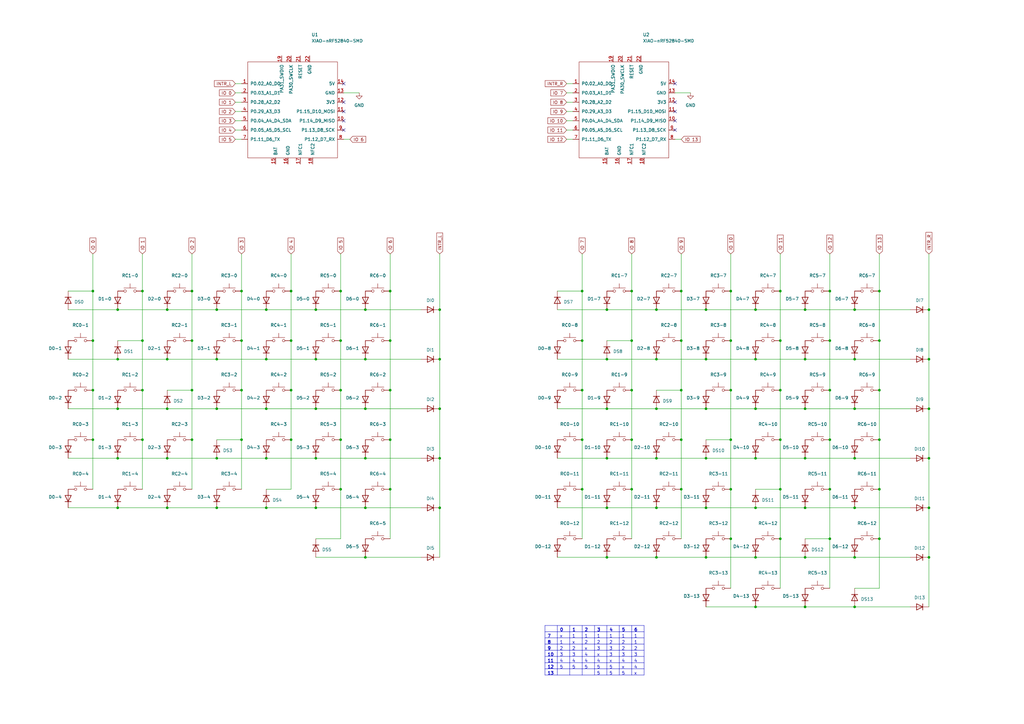
<source format=kicad_sch>
(kicad_sch (version 20250114) (generator "eeschema") (generator_version "9.0")
  (paper "A3")
  (junction (at 238.76 180.34))
  (junction (at 129.54 167.64))
  (junction (at 48.26 127))
  (junction (at 350.52 228.6))
  (junction (at 88.9 187.96))
  (junction (at 269.24 208.28))
  (junction (at 160.02 200.66))
  (junction (at 58.42 139.7))
  (junction (at 350.52 167.64))
  (junction (at 330.2 147.32))
  (junction (at 330.2 187.96))
  (junction (at 340.36 180.34))
  (junction (at 330.2 208.28))
  (junction (at 248.92 208.28))
  (junction (at 99.06 119.38))
  (junction (at 109.22 167.64))
  (junction (at 269.24 147.32))
  (junction (at 58.42 160.02))
  (junction (at 299.72 180.34))
  (junction (at 330.2 127))
  (junction (at 309.88 248.92))
  (junction (at 139.7 200.66))
  (junction (at 279.4 119.38))
  (junction (at 279.4 160.02))
  (junction (at 109.22 208.28))
  (junction (at 149.86 228.6))
  (junction (at 381 147.32))
  (junction (at 320.04 180.34))
  (junction (at 180.34 208.28))
  (junction (at 320.04 139.7))
  (junction (at 309.88 208.28))
  (junction (at 68.58 127))
  (junction (at 299.72 220.98))
  (junction (at 360.68 220.98))
  (junction (at 68.58 147.32))
  (junction (at 88.9 147.32))
  (junction (at 248.92 147.32))
  (junction (at 248.92 228.6))
  (junction (at 109.22 187.96))
  (junction (at 68.58 187.96))
  (junction (at 289.56 167.64))
  (junction (at 180.34 187.96))
  (junction (at 381 208.28))
  (junction (at 289.56 228.6))
  (junction (at 238.76 139.7))
  (junction (at 129.54 208.28))
  (junction (at 149.86 127))
  (junction (at 149.86 208.28))
  (junction (at 299.72 200.66))
  (junction (at 381 228.6))
  (junction (at 259.08 119.38))
  (junction (at 248.92 127))
  (junction (at 248.92 187.96))
  (junction (at 340.36 220.98))
  (junction (at 289.56 187.96))
  (junction (at 160.02 139.7))
  (junction (at 289.56 127))
  (junction (at 320.04 220.98))
  (junction (at 269.24 228.6))
  (junction (at 360.68 119.38))
  (junction (at 330.2 228.6))
  (junction (at 180.34 147.32))
  (junction (at 320.04 200.66))
  (junction (at 259.08 180.34))
  (junction (at 350.52 187.96))
  (junction (at 119.38 119.38))
  (junction (at 129.54 187.96))
  (junction (at 149.86 187.96))
  (junction (at 48.26 187.96))
  (junction (at 48.26 147.32))
  (junction (at 360.68 139.7))
  (junction (at 248.92 167.64))
  (junction (at 238.76 200.66))
  (junction (at 139.7 160.02))
  (junction (at 160.02 180.34))
  (junction (at 381 127))
  (junction (at 309.88 147.32))
  (junction (at 88.9 127))
  (junction (at 320.04 119.38))
  (junction (at 360.68 160.02))
  (junction (at 139.7 139.7))
  (junction (at 350.52 147.32))
  (junction (at 38.1 160.02))
  (junction (at 58.42 119.38))
  (junction (at 38.1 180.34))
  (junction (at 88.9 208.28))
  (junction (at 68.58 167.64))
  (junction (at 99.06 160.02))
  (junction (at 381 167.64))
  (junction (at 238.76 119.38))
  (junction (at 78.74 160.02))
  (junction (at 279.4 180.34))
  (junction (at 381 187.96))
  (junction (at 289.56 147.32))
  (junction (at 78.74 180.34))
  (junction (at 360.68 180.34))
  (junction (at 139.7 119.38))
  (junction (at 269.24 187.96))
  (junction (at 160.02 119.38))
  (junction (at 309.88 167.64))
  (junction (at 259.08 160.02))
  (junction (at 109.22 147.32))
  (junction (at 48.26 167.64))
  (junction (at 99.06 180.34))
  (junction (at 309.88 228.6))
  (junction (at 340.36 200.66))
  (junction (at 119.38 139.7))
  (junction (at 109.22 127))
  (junction (at 309.88 187.96))
  (junction (at 340.36 139.7))
  (junction (at 279.4 200.66))
  (junction (at 340.36 160.02))
  (junction (at 119.38 180.34))
  (junction (at 279.4 139.7))
  (junction (at 289.56 208.28))
  (junction (at 58.42 180.34))
  (junction (at 129.54 147.32))
  (junction (at 340.36 119.38))
  (junction (at 48.26 208.28))
  (junction (at 180.34 167.64))
  (junction (at 68.58 208.28))
  (junction (at 149.86 147.32))
  (junction (at 259.08 200.66))
  (junction (at 88.9 167.64))
  (junction (at 38.1 119.38))
  (junction (at 259.08 139.7))
  (junction (at 119.38 160.02))
  (junction (at 269.24 167.64))
  (junction (at 99.06 139.7))
  (junction (at 160.02 160.02))
  (junction (at 320.04 160.02))
  (junction (at 180.34 127))
  (junction (at 299.72 160.02))
  (junction (at 78.74 139.7))
  (junction (at 309.88 127))
  (junction (at 299.72 139.7))
  (junction (at 299.72 119.38))
  (junction (at 350.52 127))
  (junction (at 129.54 127))
  (junction (at 350.52 248.92))
  (junction (at 360.68 200.66))
  (junction (at 330.2 167.64))
  (junction (at 149.86 167.64))
  (junction (at 350.52 208.28))
  (junction (at 269.24 127))
  (junction (at 38.1 139.7))
  (junction (at 78.74 119.38))
  (junction (at 238.76 160.02))
  (junction (at 330.2 248.92))
  (junction (at 139.7 180.34))
  (no_connect (at 276.86 45.72))
  (no_connect (at 276.86 41.91))
  (no_connect (at 276.86 53.34))
  (no_connect (at 140.97 49.53))
  (no_connect (at 276.86 49.53))
  (no_connect (at 140.97 34.29))
  (no_connect (at 140.97 41.91))
  (no_connect (at 140.97 45.72))
  (no_connect (at 276.86 34.29))
  (no_connect (at 140.97 53.34))
  (wire (pts (xy 119.38 104.14) (xy 119.38 119.38)))
  (wire (pts (xy 330.2 187.96) (xy 350.52 187.96)))
  (wire (pts (xy 96.52 53.34) (xy 99.06 53.34)))
  (wire (pts (xy 88.9 147.32) (xy 109.22 147.32)))
  (wire (pts (xy 360.68 104.14) (xy 360.68 119.38)))
  (wire (pts (xy 109.22 208.28) (xy 129.54 208.28)))
  (wire (pts (xy 279.4 160.02) (xy 279.4 180.34)))
  (wire (pts (xy 299.72 104.14) (xy 299.72 119.38)))
  (wire (pts (xy 109.22 127) (xy 129.54 127)))
  (wire (pts (xy 228.6 167.64) (xy 248.92 167.64)))
  (wire (pts (xy 139.7 119.38) (xy 139.7 139.7)))
  (wire (pts (xy 238.76 139.7) (xy 238.76 160.02)))
  (wire (pts (xy 38.1 119.38) (xy 38.1 139.7)))
  (wire (pts (xy 299.72 220.98) (xy 299.72 241.3)))
  (wire (pts (xy 129.54 167.64) (xy 149.86 167.64)))
  (wire (pts (xy 248.92 228.6) (xy 269.24 228.6)))
  (wire (pts (xy 88.9 208.28) (xy 109.22 208.28)))
  (wire (pts (xy 269.24 127) (xy 289.56 127)))
  (wire (pts (xy 27.94 147.32) (xy 48.26 147.32)))
  (wire (pts (xy 360.68 200.66) (xy 360.68 220.98)))
  (wire (pts (xy 228.6 187.96) (xy 248.92 187.96)))
  (wire (pts (xy 96.52 38.1) (xy 99.06 38.1)))
  (wire (pts (xy 160.02 180.34) (xy 160.02 200.66)))
  (wire (pts (xy 269.24 147.32) (xy 289.56 147.32)))
  (wire (pts (xy 180.34 104.14) (xy 180.34 127)))
  (wire (pts (xy 160.02 139.7) (xy 160.02 160.02)))
  (wire (pts (xy 99.06 160.02) (xy 99.06 180.34)))
  (wire (pts (xy 381 127) (xy 381 147.32)))
  (wire (pts (xy 68.58 187.96) (xy 88.9 187.96)))
  (wire (pts (xy 99.06 139.7) (xy 99.06 160.02)))
  (wire (pts (xy 232.41 53.34) (xy 234.95 53.34)))
  (wire (pts (xy 119.38 180.34) (xy 119.38 200.66)))
  (wire (pts (xy 340.36 160.02) (xy 340.36 180.34)))
  (wire (pts (xy 289.56 127) (xy 309.88 127)))
  (wire (pts (xy 68.58 167.64) (xy 88.9 167.64)))
  (wire (pts (xy 279.4 139.7) (xy 279.4 160.02)))
  (wire (pts (xy 78.74 104.14) (xy 78.74 119.38)))
  (wire (pts (xy 96.52 34.29) (xy 99.06 34.29)))
  (wire (pts (xy 289.56 180.34) (xy 299.72 180.34)))
  (wire (pts (xy 180.34 167.64) (xy 180.34 187.96)))
  (wire (pts (xy 330.2 228.6) (xy 350.52 228.6)))
  (wire (pts (xy 68.58 147.32) (xy 88.9 147.32)))
  (wire (pts (xy 68.58 160.02) (xy 78.74 160.02)))
  (wire (pts (xy 27.94 208.28) (xy 48.26 208.28)))
  (wire (pts (xy 58.42 119.38) (xy 58.42 139.7)))
  (wire (pts (xy 228.6 228.6) (xy 248.92 228.6)))
  (wire (pts (xy 299.72 200.66) (xy 299.72 220.98)))
  (wire (pts (xy 248.92 167.64) (xy 269.24 167.64)))
  (wire (pts (xy 320.04 180.34) (xy 320.04 200.66)))
  (wire (pts (xy 38.1 180.34) (xy 38.1 200.66)))
  (wire (pts (xy 299.72 139.7) (xy 299.72 160.02)))
  (wire (pts (xy 109.22 147.32) (xy 129.54 147.32)))
  (wire (pts (xy 172.72 228.6) (xy 149.86 228.6)))
  (wire (pts (xy 160.02 119.38) (xy 160.02 139.7)))
  (wire (pts (xy 309.88 208.28) (xy 330.2 208.28)))
  (wire (pts (xy 289.56 147.32) (xy 309.88 147.32)))
  (wire (pts (xy 320.04 119.38) (xy 320.04 139.7)))
  (wire (pts (xy 48.26 147.32) (xy 68.58 147.32)))
  (wire (pts (xy 248.92 208.28) (xy 269.24 208.28)))
  (wire (pts (xy 320.04 160.02) (xy 320.04 180.34)))
  (wire (pts (xy 381 147.32) (xy 381 167.64)))
  (wire (pts (xy 279.4 180.34) (xy 279.4 200.66)))
  (wire (pts (xy 320.04 104.14) (xy 320.04 119.38)))
  (wire (pts (xy 309.88 187.96) (xy 330.2 187.96)))
  (wire (pts (xy 238.76 119.38) (xy 238.76 139.7)))
  (wire (pts (xy 228.6 147.32) (xy 248.92 147.32)))
  (wire (pts (xy 340.36 180.34) (xy 340.36 200.66)))
  (wire (pts (xy 360.68 139.7) (xy 360.68 160.02)))
  (wire (pts (xy 340.36 139.7) (xy 340.36 160.02)))
  (wire (pts (xy 309.88 167.64) (xy 330.2 167.64)))
  (wire (pts (xy 381 228.6) (xy 381 248.92)))
  (wire (pts (xy 373.38 208.28) (xy 350.52 208.28)))
  (wire (pts (xy 58.42 139.7) (xy 58.42 160.02)))
  (wire (pts (xy 238.76 200.66) (xy 238.76 220.98)))
  (wire (pts (xy 78.74 180.34) (xy 78.74 200.66)))
  (wire (pts (xy 172.72 208.28) (xy 149.86 208.28)))
  (wire (pts (xy 373.38 147.32) (xy 350.52 147.32)))
  (wire (pts (xy 172.72 187.96) (xy 149.86 187.96)))
  (wire (pts (xy 299.72 180.34) (xy 299.72 200.66)))
  (wire (pts (xy 309.88 147.32) (xy 330.2 147.32)))
  (wire (pts (xy 139.7 180.34) (xy 139.7 200.66)))
  (wire (pts (xy 119.38 139.7) (xy 119.38 160.02)))
  (wire (pts (xy 180.34 187.96) (xy 180.34 208.28)))
  (wire (pts (xy 88.9 180.34) (xy 99.06 180.34)))
  (wire (pts (xy 279.4 104.14) (xy 279.4 119.38)))
  (wire (pts (xy 232.41 41.91) (xy 234.95 41.91)))
  (wire (pts (xy 48.26 127) (xy 68.58 127)))
  (wire (pts (xy 238.76 180.34) (xy 238.76 200.66)))
  (wire (pts (xy 38.1 160.02) (xy 38.1 180.34)))
  (wire (pts (xy 381 104.14) (xy 381 127)))
  (wire (pts (xy 259.08 139.7) (xy 259.08 160.02)))
  (wire (pts (xy 276.86 38.1) (xy 283.21 38.1)))
  (wire (pts (xy 228.6 119.38) (xy 238.76 119.38)))
  (wire (pts (xy 129.54 208.28) (xy 149.86 208.28)))
  (wire (pts (xy 269.24 228.6) (xy 289.56 228.6)))
  (wire (pts (xy 259.08 104.14) (xy 259.08 119.38)))
  (wire (pts (xy 129.54 127) (xy 149.86 127)))
  (wire (pts (xy 373.38 167.64) (xy 350.52 167.64)))
  (wire (pts (xy 109.22 187.96) (xy 129.54 187.96)))
  (wire (pts (xy 238.76 104.14) (xy 238.76 119.38)))
  (wire (pts (xy 119.38 160.02) (xy 119.38 180.34)))
  (wire (pts (xy 299.72 119.38) (xy 299.72 139.7)))
  (wire (pts (xy 48.26 208.28) (xy 68.58 208.28)))
  (wire (pts (xy 160.02 104.14) (xy 160.02 119.38)))
  (wire (pts (xy 320.04 200.66) (xy 320.04 220.98)))
  (wire (pts (xy 228.6 208.28) (xy 248.92 208.28)))
  (wire (pts (xy 48.26 167.64) (xy 68.58 167.64)))
  (wire (pts (xy 289.56 248.92) (xy 309.88 248.92)))
  (wire (pts (xy 38.1 139.7) (xy 38.1 160.02)))
  (wire (pts (xy 330.2 127) (xy 350.52 127)))
  (wire (pts (xy 289.56 228.6) (xy 309.88 228.6)))
  (wire (pts (xy 58.42 160.02) (xy 58.42 180.34)))
  (wire (pts (xy 160.02 160.02) (xy 160.02 180.34)))
  (wire (pts (xy 259.08 180.34) (xy 259.08 200.66)))
  (wire (pts (xy 27.94 167.64) (xy 48.26 167.64)))
  (wire (pts (xy 232.41 34.29) (xy 234.95 34.29)))
  (wire (pts (xy 58.42 180.34) (xy 58.42 200.66)))
  (wire (pts (xy 139.7 104.14) (xy 139.7 119.38)))
  (wire (pts (xy 381 187.96) (xy 381 208.28)))
  (wire (pts (xy 78.74 119.38) (xy 78.74 139.7)))
  (wire (pts (xy 48.26 139.7) (xy 58.42 139.7)))
  (wire (pts (xy 259.08 160.02) (xy 259.08 180.34)))
  (wire (pts (xy 373.38 248.92) (xy 350.52 248.92)))
  (wire (pts (xy 172.72 127) (xy 149.86 127)))
  (wire (pts (xy 88.9 167.64) (xy 109.22 167.64)))
  (wire (pts (xy 309.88 200.66) (xy 320.04 200.66)))
  (wire (pts (xy 180.34 208.28) (xy 180.34 228.6)))
  (wire (pts (xy 27.94 127) (xy 48.26 127)))
  (wire (pts (xy 309.88 127) (xy 330.2 127)))
  (wire (pts (xy 109.22 167.64) (xy 129.54 167.64)))
  (wire (pts (xy 320.04 220.98) (xy 320.04 241.3)))
  (wire (pts (xy 139.7 160.02) (xy 139.7 180.34)))
  (wire (pts (xy 309.88 228.6) (xy 330.2 228.6)))
  (wire (pts (xy 340.36 220.98) (xy 340.36 241.3)))
  (wire (pts (xy 279.4 200.66) (xy 279.4 220.98)))
  (wire (pts (xy 109.22 200.66) (xy 119.38 200.66)))
  (wire (pts (xy 139.7 200.66) (xy 139.7 220.98)))
  (wire (pts (xy 289.56 167.64) (xy 309.88 167.64)))
  (wire (pts (xy 96.52 41.91) (xy 99.06 41.91)))
  (wire (pts (xy 330.2 147.32) (xy 350.52 147.32)))
  (wire (pts (xy 340.36 119.38) (xy 340.36 139.7)))
  (wire (pts (xy 48.26 187.96) (xy 68.58 187.96)))
  (wire (pts (xy 232.41 45.72) (xy 234.95 45.72)))
  (wire (pts (xy 140.97 57.15) (xy 143.51 57.15)))
  (wire (pts (xy 279.4 119.38) (xy 279.4 139.7)))
  (wire (pts (xy 180.34 127) (xy 180.34 147.32)))
  (wire (pts (xy 96.52 57.15) (xy 99.06 57.15)))
  (wire (pts (xy 340.36 104.14) (xy 340.36 119.38)))
  (wire (pts (xy 232.41 49.53) (xy 234.95 49.53)))
  (wire (pts (xy 248.92 147.32) (xy 269.24 147.32)))
  (wire (pts (xy 96.52 45.72) (xy 99.06 45.72)))
  (wire (pts (xy 248.92 187.96) (xy 269.24 187.96)))
  (wire (pts (xy 276.86 57.15) (xy 279.4 57.15)))
  (wire (pts (xy 259.08 200.66) (xy 259.08 220.98)))
  (wire (pts (xy 330.2 167.64) (xy 350.52 167.64)))
  (wire (pts (xy 228.6 127) (xy 248.92 127)))
  (wire (pts (xy 299.72 160.02) (xy 299.72 180.34)))
  (wire (pts (xy 88.9 187.96) (xy 109.22 187.96)))
  (wire (pts (xy 68.58 208.28) (xy 88.9 208.28)))
  (wire (pts (xy 129.54 187.96) (xy 149.86 187.96)))
  (wire (pts (xy 330.2 208.28) (xy 350.52 208.28)))
  (wire (pts (xy 320.04 139.7) (xy 320.04 160.02)))
  (wire (pts (xy 27.94 187.96) (xy 48.26 187.96)))
  (wire (pts (xy 129.54 220.98) (xy 139.7 220.98)))
  (wire (pts (xy 381 208.28) (xy 381 228.6)))
  (wire (pts (xy 373.38 228.6) (xy 350.52 228.6)))
  (wire (pts (xy 248.92 139.7) (xy 259.08 139.7)))
  (wire (pts (xy 381 167.64) (xy 381 187.96)))
  (wire (pts (xy 129.54 228.6) (xy 149.86 228.6)))
  (wire (pts (xy 373.38 127) (xy 350.52 127)))
  (wire (pts (xy 172.72 147.32) (xy 149.86 147.32)))
  (wire (pts (xy 360.68 220.98) (xy 360.68 241.3)))
  (wire (pts (xy 68.58 127) (xy 88.9 127)))
  (wire (pts (xy 99.06 180.34) (xy 99.06 200.66)))
  (wire (pts (xy 350.52 241.3) (xy 360.68 241.3)))
  (wire (pts (xy 330.2 220.98) (xy 340.36 220.98)))
  (wire (pts (xy 96.52 49.53) (xy 99.06 49.53)))
  (wire (pts (xy 58.42 104.14) (xy 58.42 119.38)))
  (wire (pts (xy 232.41 38.1) (xy 234.95 38.1)))
  (wire (pts (xy 99.06 104.14) (xy 99.06 119.38)))
  (wire (pts (xy 373.38 187.96) (xy 350.52 187.96)))
  (wire (pts (xy 78.74 160.02) (xy 78.74 180.34)))
  (wire (pts (xy 269.24 167.64) (xy 289.56 167.64)))
  (wire (pts (xy 232.41 57.15) (xy 234.95 57.15)))
  (wire (pts (xy 160.02 200.66) (xy 160.02 220.98)))
  (wire (pts (xy 340.36 200.66) (xy 340.36 220.98)))
  (wire (pts (xy 78.74 139.7) (xy 78.74 160.02)))
  (wire (pts (xy 139.7 139.7) (xy 139.7 160.02)))
  (wire (pts (xy 259.08 119.38) (xy 259.08 139.7)))
  (wire (pts (xy 38.1 104.14) (xy 38.1 119.38)))
  (wire (pts (xy 360.68 160.02) (xy 360.68 180.34)))
  (wire (pts (xy 140.97 38.1) (xy 147.32 38.1)))
  (wire (pts (xy 360.68 119.38) (xy 360.68 139.7)))
  (wire (pts (xy 88.9 127) (xy 109.22 127)))
  (wire (pts (xy 269.24 208.28) (xy 289.56 208.28)))
  (wire (pts (xy 309.88 248.92) (xy 330.2 248.92)))
  (wire (pts (xy 27.94 119.38) (xy 38.1 119.38)))
  (wire (pts (xy 180.34 147.32) (xy 180.34 167.64)))
  (wire (pts (xy 330.2 248.92) (xy 350.52 248.92)))
  (wire (pts (xy 269.24 160.02) (xy 279.4 160.02)))
  (wire (pts (xy 99.06 119.38) (xy 99.06 139.7)))
  (wire (pts (xy 289.56 187.96) (xy 309.88 187.96)))
  (wire (pts (xy 119.38 119.38) (xy 119.38 139.7)))
  (wire (pts (xy 129.54 147.32) (xy 149.86 147.32)))
  (wire (pts (xy 238.76 160.02) (xy 238.76 180.34)))
  (wire (pts (xy 289.56 208.28) (xy 309.88 208.28)))
  (wire (pts (xy 172.72 167.64) (xy 149.86 167.64)))
  (wire (pts (xy 269.24 187.96) (xy 289.56 187.96)))
  (wire (pts (xy 360.68 180.34) (xy 360.68 200.66)))
  (wire (pts (xy 248.92 127) (xy 269.24 127)))
  (table (column_count 8) (border (external yes) (header yes)) (separators (rows yes) (cols yes)) (column_widths 5.08 5.08 5.08 5.08 5.08 5.08 5.08 5.08) (row_heights 2.54 2.54 2.54 2.54 2.54 2.54 2.54 2.54) (cells (table_cell "" (at 223.52 256.54 0) (size 5.08 2.54) (margins 0.9525 0.9525 0.9525 0.9525) (span 1 1)) (table_cell "0" (at 228.6 256.54 0) (size 5.08 2.54) (margins 0.9525 0.9525 0.9525 0.9525) (span 1 1)) (table_cell "1" (at 233.68 256.54 0) (size 5.08 2.54) (margins 0.9525 0.9525 0.9525 0.9525) (span 1 1)) (table_cell "2" (at 238.76 256.54 0) (size 5.08 2.54) (margins 0.9525 0.9525 0.9525 0.9525) (span 1 1)) (table_cell "3" (at 243.84 256.54 0) (size 5.08 2.54) (margins 0.9525 0.9525 0.9525 0.9525) (span 1 1)) (table_cell "4" (at 248.92 256.54 0) (size 5.08 2.54) (margins 0.9525 0.9525 0.9525 0.9525) (span 1 1)) (table_cell "5" (at 254 256.54 0) (size 5.08 2.54) (margins 0.9525 0.9525 0.9525 0.9525) (span 1 1)) (table_cell "6" (at 259.08 256.54 0) (size 5.08 2.54) (margins 0.9525 0.9525 0.9525 0.9525) (span 1 1)) (table_cell "7" (at 223.52 259.08 0) (size 5.08 2.54) (margins 0.9525 0.9525 0.9525 0.9525) (span 1 1)) (table_cell "x" (at 228.6 259.08 0) (size 5.08 2.54) (margins 0.9525 0.9525 0.9525 0.9525) (span 1 1)) (table_cell "1" (at 233.68 259.08 0) (size 5.08 2.54) (margins 0.9525 0.9525 0.9525 0.9525) (span 1 1)) (table_cell "1" (at 238.76 259.08 0) (size 5.08 2.54) (margins 0.9525 0.9525 0.9525 0.9525) (span 1 1)) (table_cell "1" (at 243.84 259.08 0) (size 5.08 2.54) (margins 0.9525 0.9525 0.9525 0.9525) (span 1 1)) (table_cell "1" (at 248.92 259.08 0) (size 5.08 2.54) (margins 0.9525 0.9525 0.9525 0.9525) (span 1 1)) (table_cell "1" (at 254 259.08 0) (size 5.08 2.54) (margins 0.9525 0.9525 0.9525 0.9525) (span 1 1)) (table_cell "1" (at 259.08 259.08 0) (size 5.08 2.54) (margins 0.9525 0.9525 0.9525 0.9525) (span 1 1)) (table_cell "8" (at 223.52 261.62 0) (size 5.08 2.54) (margins 0.9525 0.9525 0.9525 0.9525) (span 1 1)) (table_cell "1" (at 228.6 261.62 0) (size 5.08 2.54) (margins 0.9525 0.9525 0.9525 0.9525) (span 1 1)) (table_cell "x" (at 233.68 261.62 0) (size 5.08 2.54) (margins 0.9525 0.9525 0.9525 0.9525) (span 1 1)) (table_cell "2" (at 238.76 261.62 0) (size 5.08 2.54) (margins 0.9525 0.9525 0.9525 0.9525) (span 1 1)) (table_cell "2" (at 243.84 261.62 0) (size 5.08 2.54) (margins 0.9525 0.9525 0.9525 0.9525) (span 1 1)) (table_cell "2" (at 248.92 261.62 0) (size 5.08 2.54) (margins 0.9525 0.9525 0.9525 0.9525) (span 1 1)) (table_cell "2" (at 254 261.62 0) (size 5.08 2.54) (margins 0.9525 0.9525 0.9525 0.9525) (span 1 1)) (table_cell "1" (at 259.08 261.62 0) (size 5.08 2.54) (margins 0.9525 0.9525 0.9525 0.9525) (span 1 1)) (table_cell "9" (at 223.52 264.16 0) (size 5.08 2.54) (margins 0.9525 0.9525 0.9525 0.9525) (span 1 1)) (table_cell "2" (at 228.6 264.16 0) (size 5.08 2.54) (margins 0.9525 0.9525 0.9525 0.9525) (span 1 1)) (table_cell "2" (at 233.68 264.16 0) (size 5.08 2.54) (margins 0.9525 0.9525 0.9525 0.9525) (span 1 1)) (table_cell "x" (at 238.76 264.16 0) (size 5.08 2.54) (margins 0.9525 0.9525 0.9525 0.9525) (span 1 1)) (table_cell "3" (at 243.84 264.16 0) (size 5.08 2.54) (margins 0.9525 0.9525 0.9525 0.9525) (span 1 1)) (table_cell "3" (at 248.92 264.16 0) (size 5.08 2.54) (margins 0.9525 0.9525 0.9525 0.9525) (span 1 1)) (table_cell "2" (at 254 264.16 0) (size 5.08 2.54) (margins 0.9525 0.9525 0.9525 0.9525) (span 1 1)) (table_cell "2" (at 259.08 264.16 0) (size 5.08 2.54) (margins 0.9525 0.9525 0.9525 0.9525) (span 1 1)) (table_cell "10" (at 223.52 266.7 0) (size 5.08 2.54) (margins 0.9525 0.9525 0.9525 0.9525) (span 1 1)) (table_cell "3" (at 228.6 266.7 0) (size 5.08 2.54) (margins 0.9525 0.9525 0.9525 0.9525) (span 1 1)) (table_cell "3" (at 233.68 266.7 0) (size 5.08 2.54) (margins 0.9525 0.9525 0.9525 0.9525) (span 1 1)) (table_cell "4" (at 238.76 266.7 0) (size 5.08 2.54) (margins 0.9525 0.9525 0.9525 0.9525) (span 1 1)) (table_cell "x" (at 243.84 266.7 0) (size 5.08 2.54) (margins 0.9525 0.9525 0.9525 0.9525) (span 1 1)) (table_cell "3" (at 248.92 266.7 0) (size 5.08 2.54) (margins 0.9525 0.9525 0.9525 0.9525) (span 1 1)) (table_cell "3" (at 254 266.7 0) (size 5.08 2.54) (margins 0.9525 0.9525 0.9525 0.9525) (span 1 1)) (table_cell "3" (at 259.08 266.7 0) (size 5.08 2.54) (margins 0.9525 0.9525 0.9525 0.9525) (span 1 1)) (table_cell "11" (at 223.52 269.24 0) (size 5.08 2.54) (margins 0.9525 0.9525 0.9525 0.9525) (span 1 1)) (table_cell "4" (at 228.6 269.24 0) (size 5.08 2.54) (margins 0.9525 0.9525 0.9525 0.9525) (span 1 1)) (table_cell "4" (at 233.68 269.24 0) (size 5.08 2.54) (margins 0.9525 0.9525 0.9525 0.9525) (span 1 1)) (table_cell "4" (at 238.76 269.24 0) (size 5.08 2.54) (margins 0.9525 0.9525 0.9525 0.9525) (span 1 1)) (table_cell "4" (at 243.84 269.24 0) (size 5.08 2.54) (margins 0.9525 0.9525 0.9525 0.9525) (span 1 1)) (table_cell "x" (at 248.92 269.24 0) (size 5.08 2.54) (margins 0.9525 0.9525 0.9525 0.9525) (span 1 1)) (table_cell "4" (at 254 269.24 0) (size 5.08 2.54) (margins 0.9525 0.9525 0.9525 0.9525) (span 1 1)) (table_cell "4" (at 259.08 269.24 0) (size 5.08 2.54) (margins 0.9525 0.9525 0.9525 0.9525) (span 1 1)) (table_cell "12" (at 223.52 271.78 0) (size 5.08 2.54) (margins 0.9525 0.9525 0.9525 0.9525) (span 1 1)) (table_cell "5" (at 228.6 271.78 0) (size 5.08 2.54) (margins 0.9525 0.9525 0.9525 0.9525) (span 1 1)) (table_cell "5" (at 233.68 271.78 0) (size 5.08 2.54) (margins 0.9525 0.9525 0.9525 0.9525) (span 1 1)) (table_cell "5" (at 238.76 271.78 0) (size 5.08 2.54) (margins 0.9525 0.9525 0.9525 0.9525) (span 1 1)) (table_cell "5" (at 243.84 271.78 0) (size 5.08 2.54) (margins 0.9525 0.9525 0.9525 0.9525) (span 1 1)) (table_cell "5" (at 248.92 271.78 0) (size 5.08 2.54) (margins 0.9525 0.9525 0.9525 0.9525) (span 1 1)) (table_cell "x" (at 254 271.78 0) (size 5.08 2.54) (margins 0.9525 0.9525 0.9525 0.9525) (span 1 1)) (table_cell "4" (at 259.08 271.78 0) (size 5.08 2.54) (margins 0.9525 0.9525 0.9525 0.9525) (span 1 1)) (table_cell "13" (at 223.52 274.32 0) (size 5.08 2.54) (margins 0.9525 0.9525 0.9525 0.9525) (span 1 1)) (table_cell "" (at 228.6 274.32 0) (size 5.08 2.54) (margins 0.9525 0.9525 0.9525 0.9525) (span 1 1)) (table_cell "" (at 233.68 274.32 0) (size 5.08 2.54) (margins 0.9525 0.9525 0.9525 0.9525) (span 1 1)) (table_cell "" (at 238.76 274.32 0) (size 5.08 2.54) (margins 0.9525 0.9525 0.9525 0.9525) (span 1 1)) (table_cell "5" (at 243.84 274.32 0) (size 5.08 2.54) (margins 0.9525 0.9525 0.9525 0.9525) (span 1 1)) (table_cell "5" (at 248.92 274.32 0) (size 5.08 2.54) (margins 0.9525 0.9525 0.9525 0.9525) (span 1 1)) (table_cell "5" (at 254 274.32 0) (size 5.08 2.54) (margins 0.9525 0.9525 0.9525 0.9525) (span 1 1)) (table_cell "x" (at 259.08 274.32 0) (size 5.08 2.54) (margins 0.9525 0.9525 0.9525 0.9525) (span 1 1))))
  (global_label "IO 7" (shape input) (at 238.76 104.14 90) (property "Intersheetrefs" "${INTERSHEET_REFS}" (effects (hide yes))))
  (global_label "IO 13" (shape input) (at 360.68 104.14 90) (property "Intersheetrefs" "${INTERSHEET_REFS}" (effects (hide yes))))
  (global_label "IO 4" (shape input) (at 119.38 104.14 90) (property "Intersheetrefs" "${INTERSHEET_REFS}" (effects (hide yes))))
  (global_label "IO 1" (shape input) (at 96.52 41.91 180) (property "Intersheetrefs" "${INTERSHEET_REFS}" (effects (hide yes))))
  (global_label "INTR_L" (shape input) (at 96.52 34.29 180) (property "Intersheetrefs" "${INTERSHEET_REFS}" (effects (hide yes))))
  (global_label "IO 12" (shape input) (at 232.41 57.15 180) (property "Intersheetrefs" "${INTERSHEET_REFS}" (effects (hide yes))))
  (global_label "INTR_R" (shape input) (at 381 104.14 90) (property "Intersheetrefs" "${INTERSHEET_REFS}" (effects (hide yes))))
  (global_label "IO 2" (shape input) (at 96.52 45.72 180) (property "Intersheetrefs" "${INTERSHEET_REFS}" (effects (hide yes))))
  (global_label "IO 8" (shape input) (at 259.08 104.14 90) (property "Intersheetrefs" "${INTERSHEET_REFS}" (effects (hide yes))))
  (global_label "IO 5" (shape input) (at 96.52 57.15 180) (property "Intersheetrefs" "${INTERSHEET_REFS}" (effects (hide yes))))
  (global_label "IO 10" (shape input) (at 299.72 104.14 90) (property "Intersheetrefs" "${INTERSHEET_REFS}" (effects (hide yes))))
  (global_label "IO 11" (shape input) (at 320.04 104.14 90) (property "Intersheetrefs" "${INTERSHEET_REFS}" (effects (hide yes))))
  (global_label "IO 7" (shape input) (at 232.41 38.1 180) (property "Intersheetrefs" "${INTERSHEET_REFS}" (effects (hide yes))))
  (global_label "IO 8" (shape input) (at 232.41 41.91 180) (property "Intersheetrefs" "${INTERSHEET_REFS}" (effects (hide yes))))
  (global_label "IO 9" (shape input) (at 232.41 45.72 180) (property "Intersheetrefs" "${INTERSHEET_REFS}" (effects (hide yes))))
  (global_label "IO 13" (shape input) (at 279.4 57.15 0) (property "Intersheetrefs" "${INTERSHEET_REFS}" (effects (hide yes))))
  (global_label "IO 4" (shape input) (at 96.52 53.34 180) (property "Intersheetrefs" "${INTERSHEET_REFS}" (effects (hide yes))))
  (global_label "INTR_L" (shape input) (at 180.34 104.14 90) (property "Intersheetrefs" "${INTERSHEET_REFS}" (effects (hide yes))))
  (global_label "IO 3" (shape input) (at 99.06 104.14 90) (property "Intersheetrefs" "${INTERSHEET_REFS}" (effects (hide yes))))
  (global_label "IO 2" (shape input) (at 78.74 104.14 90) (property "Intersheetrefs" "${INTERSHEET_REFS}" (effects (hide yes))))
  (global_label "IO 5" (shape input) (at 139.7 104.14 90) (property "Intersheetrefs" "${INTERSHEET_REFS}" (effects (hide yes))))
  (global_label "IO 0" (shape input) (at 38.1 104.14 90) (property "Intersheetrefs" "${INTERSHEET_REFS}" (effects (hide yes))))
  (global_label "IO 11" (shape input) (at 232.41 53.34 180) (property "Intersheetrefs" "${INTERSHEET_REFS}" (effects (hide yes))))
  (global_label "IO 6" (shape input) (at 160.02 104.14 90) (property "Intersheetrefs" "${INTERSHEET_REFS}" (effects (hide yes))))
  (global_label "IO 0" (shape input) (at 96.52 38.1 180) (property "Intersheetrefs" "${INTERSHEET_REFS}" (effects (hide yes))))
  (global_label "IO 10" (shape input) (at 232.41 49.53 180) (property "Intersheetrefs" "${INTERSHEET_REFS}" (effects (hide yes))))
  (global_label "IO 6" (shape input) (at 143.51 57.15 0) (property "Intersheetrefs" "${INTERSHEET_REFS}" (effects (hide yes))))
  (global_label "IO 9" (shape input) (at 279.4 104.14 90) (property "Intersheetrefs" "${INTERSHEET_REFS}" (effects (hide yes))))
  (global_label "IO 1" (shape input) (at 58.42 104.14 90) (property "Intersheetrefs" "${INTERSHEET_REFS}" (effects (hide yes))))
  (global_label "INTR_R" (shape input) (at 232.41 34.29 180) (property "Intersheetrefs" "${INTERSHEET_REFS}" (effects (hide yes))))
  (global_label "IO 12" (shape input) (at 340.36 104.14 90) (property "Intersheetrefs" "${INTERSHEET_REFS}" (effects (hide yes))))
  (global_label "IO 3" (shape input) (at 96.52 49.53 180) (property "Intersheetrefs" "${INTERSHEET_REFS}" (effects (hide yes))))
  (symbol (lib_id "Diode:1N4148") (at 149.86 163.83 270) (mirror x) (unit 1)
    (property "Reference" "D6-2" (at 147.32 163.195 90) (effects (justify right)))
    (property "Value" "1N4148" (effects (hide yes)))
    (property "Footprint" "Diode_THT:D_DO-35_SOD27_P7.62mm_Horizontal" (effects (hide yes)))
    (property "Datasheet" "https://assets.nexperia.com/documents/data-sheet/1N4148_1N4448.pdf" (effects (hide yes)))
    (property "Sim.Device" "D" (effects (hide yes)))
    (property "Sim.Pins" "1=K 2=A" (effects (hide yes)))
  )
  (symbol (lib_id "Diode:1N4148") (at 48.26 143.51 90) (mirror x) (unit 1)
    (property "Reference" "DS1" (at 50.8 144.145 90) (effects (justify right)))
    (property "Value" "1N4148" (effects (hide yes)))
    (property "Footprint" "Diode_THT:D_DO-35_SOD27_P7.62mm_Horizontal" (effects (hide yes)))
    (property "Datasheet" "https://assets.nexperia.com/documents/data-sheet/1N4148_1N4448.pdf" (effects (hide yes)))
    (property "Sim.Device" "D" (effects (hide yes)))
    (property "Sim.Pins" "1=K 2=A" (effects (hide yes)))
  )
  (symbol (lib_id "Switch:SW_Push") (at 274.32 180.34 0) (mirror y) (unit 1)
    (property "Reference" "RC2-10" (at 274.32 173.99 0))
    (property "Value" "SW_Push" (effects (hide yes)))
    (property "Footprint" "Kailh_PG1353_Hotswap:Kailh-PG1353-Hotswap-1U" (effects (hide yes)))
  )
  (symbol (lib_id "Diode:1N4148") (at 27.94 123.19 90) (mirror x) (unit 1)
    (property "Reference" "DS0" (at 30.48 123.825 90) (effects (justify right)))
    (property "Value" "1N4148" (effects (hide yes)))
    (property "Footprint" "Diode_THT:D_DO-35_SOD27_P7.62mm_Horizontal" (effects (hide yes)))
    (property "Datasheet" "https://assets.nexperia.com/documents/data-sheet/1N4148_1N4448.pdf" (effects (hide yes)))
    (property "Sim.Device" "D" (effects (hide yes)))
    (property "Sim.Pins" "1=K 2=A" (effects (hide yes)))
  )
  (symbol (lib_id "Diode:1N4148") (at 109.22 123.19 270) (mirror x) (unit 1)
    (property "Reference" "D4-0" (at 106.68 122.555 90) (effects (justify right)))
    (property "Value" "1N4148" (effects (hide yes)))
    (property "Footprint" "Diode_THT:D_DO-35_SOD27_P7.62mm_Horizontal" (effects (hide yes)))
    (property "Datasheet" "https://assets.nexperia.com/documents/data-sheet/1N4148_1N4448.pdf" (effects (hide yes)))
    (property "Sim.Device" "D" (effects (hide yes)))
    (property "Sim.Pins" "1=K 2=A" (effects (hide yes)))
  )
  (symbol (lib_id "power:GND") (at 283.21 38.1 0) (unit 1)
    (property "Reference" "#PWR010" (effects (hide yes)))
    (property "Value" "GND" (at 283.21 43.18 0))
    (property "Description" "Power symbol creates a global label with name \"GND\" , ground" (effects (hide yes)))
  )
  (symbol (lib_id "Diode:1N4148") (at 176.53 228.6 0) (mirror y) (unit 1)
    (property "Reference" "DI5" (at 176.53 224.79 0))
    (property "Value" "1N4148" (effects (hide yes)))
    (property "Footprint" "Diode_THT:D_DO-35_SOD27_P7.62mm_Horizontal" (effects (hide yes)))
    (property "Datasheet" "https://assets.nexperia.com/documents/data-sheet/1N4148_1N4448.pdf" (effects (hide yes)))
    (property "Sim.Device" "D" (effects (hide yes)))
    (property "Sim.Pins" "1=K 2=A" (effects (hide yes)))
  )
  (symbol (lib_id "Diode:1N4148") (at 330.2 143.51 270) (mirror x) (unit 1)
    (property "Reference" "D5-8" (at 327.66 142.875 90) (effects (justify right)))
    (property "Value" "1N4148" (effects (hide yes)))
    (property "Footprint" "Diode_THT:D_DO-35_SOD27_P7.62mm_Horizontal" (effects (hide yes)))
    (property "Datasheet" "https://assets.nexperia.com/documents/data-sheet/1N4148_1N4448.pdf" (effects (hide yes)))
    (property "Sim.Device" "D" (effects (hide yes)))
    (property "Sim.Pins" "1=K 2=A" (effects (hide yes)))
  )
  (symbol (lib_id "Switch:SW_Push") (at 114.3 119.38 0) (mirror y) (unit 1)
    (property "Reference" "RC4-0" (at 114.3 113.03 0))
    (property "Value" "SW_Push" (effects (hide yes)))
    (property "Footprint" "Kailh_PG1353_Hotswap:Kailh-PG1353-Hotswap-1U" (effects (hide yes)))
  )
  (symbol (lib_id "Diode:1N4148") (at 377.19 208.28 0) (mirror y) (unit 1)
    (property "Reference" "DI11" (at 377.19 204.47 0))
    (property "Value" "1N4148" (effects (hide yes)))
    (property "Footprint" "Diode_THT:D_DO-35_SOD27_P7.62mm_Horizontal" (effects (hide yes)))
    (property "Datasheet" "https://assets.nexperia.com/documents/data-sheet/1N4148_1N4448.pdf" (effects (hide yes)))
    (property "Sim.Device" "D" (effects (hide yes)))
    (property "Sim.Pins" "1=K 2=A" (effects (hide yes)))
  )
  (symbol (lib_id "Diode:1N4148") (at 248.92 123.19 270) (mirror x) (unit 1)
    (property "Reference" "D1-7" (at 246.38 122.555 90) (effects (justify right)))
    (property "Value" "1N4148" (effects (hide yes)))
    (property "Footprint" "Diode_THT:D_DO-35_SOD27_P7.62mm_Horizontal" (effects (hide yes)))
    (property "Datasheet" "https://assets.nexperia.com/documents/data-sheet/1N4148_1N4448.pdf" (effects (hide yes)))
    (property "Sim.Device" "D" (effects (hide yes)))
    (property "Sim.Pins" "1=K 2=A" (effects (hide yes)))
  )
  (symbol (lib_id "Switch:SW_Push") (at 134.62 200.66 0) (mirror y) (unit 1)
    (property "Reference" "RC5-4" (at 134.62 194.31 0))
    (property "Value" "SW_Push" (effects (hide yes)))
    (property "Footprint" "Kailh_PG1353_Hotswap:Kailh-PG1353-Hotswap-1U" (effects (hide yes)))
  )
  (symbol (lib_id "Diode:1N4148") (at 149.86 143.51 270) (mirror x) (unit 1)
    (property "Reference" "D6-1" (at 147.32 142.875 90) (effects (justify right)))
    (property "Value" "1N4148" (effects (hide yes)))
    (property "Footprint" "Diode_THT:D_DO-35_SOD27_P7.62mm_Horizontal" (effects (hide yes)))
    (property "Datasheet" "https://assets.nexperia.com/documents/data-sheet/1N4148_1N4448.pdf" (effects (hide yes)))
    (property "Sim.Device" "D" (effects (hide yes)))
    (property "Sim.Pins" "1=K 2=A" (effects (hide yes)))
  )
  (symbol (lib_id "Diode:1N4148") (at 309.88 204.47 90) (mirror x) (unit 1)
    (property "Reference" "DS11" (at 312.42 205.105 90) (effects (justify right)))
    (property "Value" "1N4148" (effects (hide yes)))
    (property "Footprint" "Diode_THT:D_DO-35_SOD27_P7.62mm_Horizontal" (effects (hide yes)))
    (property "Datasheet" "https://assets.nexperia.com/documents/data-sheet/1N4148_1N4448.pdf" (effects (hide yes)))
    (property "Sim.Device" "D" (effects (hide yes)))
    (property "Sim.Pins" "1=K 2=A" (effects (hide yes)))
  )
  (symbol (lib_id "Diode:1N4148") (at 309.88 163.83 270) (mirror x) (unit 1)
    (property "Reference" "D4-9" (at 307.34 163.195 90) (effects (justify right)))
    (property "Value" "1N4148" (effects (hide yes)))
    (property "Footprint" "Diode_THT:D_DO-35_SOD27_P7.62mm_Horizontal" (effects (hide yes)))
    (property "Datasheet" "https://assets.nexperia.com/documents/data-sheet/1N4148_1N4448.pdf" (effects (hide yes)))
    (property "Sim.Device" "D" (effects (hide yes)))
    (property "Sim.Pins" "1=K 2=A" (effects (hide yes)))
  )
  (symbol (lib_id "Diode:1N4148") (at 149.86 224.79 270) (mirror x) (unit 1)
    (property "Reference" "D6-5" (at 147.32 224.155 90) (effects (justify right)))
    (property "Value" "1N4148" (effects (hide yes)))
    (property "Footprint" "Diode_THT:D_DO-35_SOD27_P7.62mm_Horizontal" (effects (hide yes)))
    (property "Datasheet" "https://assets.nexperia.com/documents/data-sheet/1N4148_1N4448.pdf" (effects (hide yes)))
    (property "Sim.Device" "D" (effects (hide yes)))
    (property "Sim.Pins" "1=K 2=A" (effects (hide yes)))
  )
  (symbol (lib_id "Switch:SW_Push") (at 254 200.66 0) (mirror y) (unit 1)
    (property "Reference" "RC1-11" (at 254 194.31 0))
    (property "Value" "SW_Push" (effects (hide yes)))
    (property "Footprint" "Kailh_PG1353_Hotswap:Kailh-PG1353-Hotswap-1U" (effects (hide yes)))
  )
  (symbol (lib_id "Switch:SW_Push") (at 154.94 200.66 0) (mirror y) (unit 1)
    (property "Reference" "RC6-4" (at 154.94 194.31 0))
    (property "Value" "SW_Push" (effects (hide yes)))
    (property "Footprint" "Kailh_PG1353_Hotswap:Kailh-PG1353-Hotswap-1U" (effects (hide yes)))
  )
  (symbol (lib_id "Diode:1N4148") (at 350.52 184.15 270) (mirror x) (unit 1)
    (property "Reference" "D6-10" (at 347.98 183.515 90) (effects (justify right)))
    (property "Value" "1N4148" (effects (hide yes)))
    (property "Footprint" "Diode_THT:D_DO-35_SOD27_P7.62mm_Horizontal" (effects (hide yes)))
    (property "Datasheet" "https://assets.nexperia.com/documents/data-sheet/1N4148_1N4448.pdf" (effects (hide yes)))
    (property "Sim.Device" "D" (effects (hide yes)))
    (property "Sim.Pins" "1=K 2=A" (effects (hide yes)))
  )
  (symbol (lib_id "power:GND") (at 147.32 38.1 0) (unit 1)
    (property "Reference" "#PWR09" (effects (hide yes)))
    (property "Value" "GND" (at 147.32 43.18 0))
    (property "Description" "Power symbol creates a global label with name \"GND\" , ground" (effects (hide yes)))
  )
  (symbol (lib_id "Switch:SW_Push") (at 93.98 139.7 0) (mirror y) (unit 1)
    (property "Reference" "RC3-1" (at 93.98 133.35 0))
    (property "Value" "SW_Push" (effects (hide yes)))
    (property "Footprint" "Kailh_PG1353_Hotswap:Kailh-PG1353-Hotswap-1U" (effects (hide yes)))
  )
  (symbol (lib_id "Diode:1N4148") (at 248.92 143.51 90) (mirror x) (unit 1)
    (property "Reference" "DS8" (at 251.46 144.145 90) (effects (justify right)))
    (property "Value" "1N4148" (effects (hide yes)))
    (property "Footprint" "Diode_THT:D_DO-35_SOD27_P7.62mm_Horizontal" (effects (hide yes)))
    (property "Datasheet" "https://assets.nexperia.com/documents/data-sheet/1N4148_1N4448.pdf" (effects (hide yes)))
    (property "Sim.Device" "D" (effects (hide yes)))
    (property "Sim.Pins" "1=K 2=A" (effects (hide yes)))
  )
  (symbol (lib_id "Diode:1N4148") (at 350.52 245.11 90) (mirror x) (unit 1)
    (property "Reference" "DS13" (at 353.06 245.745 90) (effects (justify right)))
    (property "Value" "1N4148" (effects (hide yes)))
    (property "Footprint" "Diode_THT:D_DO-35_SOD27_P7.62mm_Horizontal" (effects (hide yes)))
    (property "Datasheet" "https://assets.nexperia.com/documents/data-sheet/1N4148_1N4448.pdf" (effects (hide yes)))
    (property "Sim.Device" "D" (effects (hide yes)))
    (property "Sim.Pins" "1=K 2=A" (effects (hide yes)))
  )
  (symbol (lib_id "Diode:1N4148") (at 350.52 143.51 270) (mirror x) (unit 1)
    (property "Reference" "D6-8" (at 347.98 142.875 90) (effects (justify right)))
    (property "Value" "1N4148" (effects (hide yes)))
    (property "Footprint" "Diode_THT:D_DO-35_SOD27_P7.62mm_Horizontal" (effects (hide yes)))
    (property "Datasheet" "https://assets.nexperia.com/documents/data-sheet/1N4148_1N4448.pdf" (effects (hide yes)))
    (property "Sim.Device" "D" (effects (hide yes)))
    (property "Sim.Pins" "1=K 2=A" (effects (hide yes)))
  )
  (symbol (lib_id "Switch:SW_Push") (at 274.32 119.38 0) (mirror y) (unit 1)
    (property "Reference" "RC2-7" (at 274.32 113.03 0))
    (property "Value" "SW_Push" (effects (hide yes)))
    (property "Footprint" "Kailh_PG1353_Hotswap:Kailh-PG1353-Hotswap-1U" (effects (hide yes)))
  )
  (symbol (lib_id "Switch:SW_Push") (at 73.66 180.34 0) (mirror y) (unit 1)
    (property "Reference" "RC2-3" (at 73.66 173.99 0))
    (property "Value" "SW_Push" (effects (hide yes)))
    (property "Footprint" "Kailh_PG1353_Hotswap:Kailh-PG1353-Hotswap-1U" (effects (hide yes)))
  )
  (symbol (lib_id "Diode:1N4148") (at 149.86 184.15 270) (mirror x) (unit 1)
    (property "Reference" "D6-3" (at 147.32 183.515 90) (effects (justify right)))
    (property "Value" "1N4148" (effects (hide yes)))
    (property "Footprint" "Diode_THT:D_DO-35_SOD27_P7.62mm_Horizontal" (effects (hide yes)))
    (property "Datasheet" "https://assets.nexperia.com/documents/data-sheet/1N4148_1N4448.pdf" (effects (hide yes)))
    (property "Sim.Device" "D" (effects (hide yes)))
    (property "Sim.Pins" "1=K 2=A" (effects (hide yes)))
  )
  (symbol (lib_id "Switch:SW_Push") (at 274.32 200.66 0) (mirror y) (unit 1)
    (property "Reference" "RC2-11" (at 274.32 194.31 0))
    (property "Value" "SW_Push" (effects (hide yes)))
    (property "Footprint" "Kailh_PG1353_Hotswap:Kailh-PG1353-Hotswap-1U" (effects (hide yes)))
  )
  (symbol (lib_id "Switch:SW_Push") (at 53.34 180.34 0) (mirror y) (unit 1)
    (property "Reference" "RC1-3" (at 53.34 173.99 0))
    (property "Value" "SW_Push" (effects (hide yes)))
    (property "Footprint" "Kailh_PG1353_Hotswap:Kailh-PG1353-Hotswap-1U" (effects (hide yes)))
  )
  (symbol (lib_id "Diode:1N4148") (at 248.92 224.79 270) (mirror x) (unit 1)
    (property "Reference" "D1-12" (at 246.38 224.155 90) (effects (justify right)))
    (property "Value" "1N4148" (effects (hide yes)))
    (property "Footprint" "Diode_THT:D_DO-35_SOD27_P7.62mm_Horizontal" (effects (hide yes)))
    (property "Datasheet" "https://assets.nexperia.com/documents/data-sheet/1N4148_1N4448.pdf" (effects (hide yes)))
    (property "Sim.Device" "D" (effects (hide yes)))
    (property "Sim.Pins" "1=K 2=A" (effects (hide yes)))
  )
  (symbol (lib_id "Diode:1N4148") (at 377.19 187.96 0) (mirror y) (unit 1)
    (property "Reference" "DI10" (at 377.19 184.15 0))
    (property "Value" "1N4148" (effects (hide yes)))
    (property "Footprint" "Diode_THT:D_DO-35_SOD27_P7.62mm_Horizontal" (effects (hide yes)))
    (property "Datasheet" "https://assets.nexperia.com/documents/data-sheet/1N4148_1N4448.pdf" (effects (hide yes)))
    (property "Sim.Device" "D" (effects (hide yes)))
    (property "Sim.Pins" "1=K 2=A" (effects (hide yes)))
  )
  (symbol (lib_id "Diode:1N4148") (at 289.56 123.19 270) (mirror x) (unit 1)
    (property "Reference" "D3-7" (at 287.02 122.555 90) (effects (justify right)))
    (property "Value" "1N4148" (effects (hide yes)))
    (property "Footprint" "Diode_THT:D_DO-35_SOD27_P7.62mm_Horizontal" (effects (hide yes)))
    (property "Datasheet" "https://assets.nexperia.com/documents/data-sheet/1N4148_1N4448.pdf" (effects (hide yes)))
    (property "Sim.Device" "D" (effects (hide yes)))
    (property "Sim.Pins" "1=K 2=A" (effects (hide yes)))
  )
  (symbol (lib_id "Diode:1N4148") (at 377.19 167.64 0) (mirror y) (unit 1)
    (property "Reference" "DI9" (at 377.19 163.83 0))
    (property "Value" "1N4148" (effects (hide yes)))
    (property "Footprint" "Diode_THT:D_DO-35_SOD27_P7.62mm_Horizontal" (effects (hide yes)))
    (property "Datasheet" "https://assets.nexperia.com/documents/data-sheet/1N4148_1N4448.pdf" (effects (hide yes)))
    (property "Sim.Device" "D" (effects (hide yes)))
    (property "Sim.Pins" "1=K 2=A" (effects (hide yes)))
  )
  (symbol (lib_id "Diode:1N4148") (at 309.88 245.11 270) (mirror x) (unit 1)
    (property "Reference" "D4-13" (at 307.34 244.475 90) (effects (justify right)))
    (property "Value" "1N4148" (effects (hide yes)))
    (property "Footprint" "Diode_THT:D_DO-35_SOD27_P7.62mm_Horizontal" (effects (hide yes)))
    (property "Datasheet" "https://assets.nexperia.com/documents/data-sheet/1N4148_1N4448.pdf" (effects (hide yes)))
    (property "Sim.Device" "D" (effects (hide yes)))
    (property "Sim.Pins" "1=K 2=A" (effects (hide yes)))
  )
  (symbol (lib_id "Switch:SW_Push") (at 93.98 119.38 0) (mirror y) (unit 1)
    (property "Reference" "RC3-0" (at 93.98 113.03 0))
    (property "Value" "SW_Push" (effects (hide yes)))
    (property "Footprint" "Kailh_PG1353_Hotswap:Kailh-PG1353-Hotswap-1U" (effects (hide yes)))
  )
  (symbol (lib_id "Diode:1N4148") (at 377.19 147.32 0) (mirror y) (unit 1)
    (property "Reference" "DI8" (at 377.19 143.51 0))
    (property "Value" "1N4148" (effects (hide yes)))
    (property "Footprint" "Diode_THT:D_DO-35_SOD27_P7.62mm_Horizontal" (effects (hide yes)))
    (property "Datasheet" "https://assets.nexperia.com/documents/data-sheet/1N4148_1N4448.pdf" (effects (hide yes)))
    (property "Sim.Device" "D" (effects (hide yes)))
    (property "Sim.Pins" "1=K 2=A" (effects (hide yes)))
  )
  (symbol (lib_id "Diode:1N4148") (at 289.56 184.15 90) (mirror x) (unit 1)
    (property "Reference" "DS10" (at 292.1 184.785 90) (effects (justify right)))
    (property "Value" "1N4148" (effects (hide yes)))
    (property "Footprint" "Diode_THT:D_DO-35_SOD27_P7.62mm_Horizontal" (effects (hide yes)))
    (property "Datasheet" "https://assets.nexperia.com/documents/data-sheet/1N4148_1N4448.pdf" (effects (hide yes)))
    (property "Sim.Device" "D" (effects (hide yes)))
    (property "Sim.Pins" "1=K 2=A" (effects (hide yes)))
  )
  (symbol (lib_id "Switch:SW_Push") (at 53.34 200.66 0) (mirror y) (unit 1)
    (property "Reference" "RC1-4" (at 53.34 194.31 0))
    (property "Value" "SW_Push" (effects (hide yes)))
    (property "Footprint" "Kailh_PG1353_Hotswap:Kailh-PG1353-Hotswap-1U" (effects (hide yes)))
  )
  (symbol (lib_id "Diode:1N4148") (at 129.54 204.47 270) (mirror x) (unit 1)
    (property "Reference" "D5-4" (at 127 203.835 90) (effects (justify right)))
    (property "Value" "1N4148" (effects (hide yes)))
    (property "Footprint" "Diode_THT:D_DO-35_SOD27_P7.62mm_Horizontal" (effects (hide yes)))
    (property "Datasheet" "https://assets.nexperia.com/documents/data-sheet/1N4148_1N4448.pdf" (effects (hide yes)))
    (property "Sim.Device" "D" (effects (hide yes)))
    (property "Sim.Pins" "1=K 2=A" (effects (hide yes)))
  )
  (symbol (lib_id "Diode:1N4148") (at 350.52 123.19 270) (mirror x) (unit 1)
    (property "Reference" "D6-7" (at 347.98 122.555 90) (effects (justify right)))
    (property "Value" "1N4148" (effects (hide yes)))
    (property "Footprint" "Diode_THT:D_DO-35_SOD27_P7.62mm_Horizontal" (effects (hide yes)))
    (property "Datasheet" "https://assets.nexperia.com/documents/data-sheet/1N4148_1N4448.pdf" (effects (hide yes)))
    (property "Sim.Device" "D" (effects (hide yes)))
    (property "Sim.Pins" "1=K 2=A" (effects (hide yes)))
  )
  (symbol (lib_id "Diode:1N4148") (at 289.56 143.51 270) (mirror x) (unit 1)
    (property "Reference" "D3-8" (at 287.02 142.875 90) (effects (justify right)))
    (property "Value" "1N4148" (effects (hide yes)))
    (property "Footprint" "Diode_THT:D_DO-35_SOD27_P7.62mm_Horizontal" (effects (hide yes)))
    (property "Datasheet" "https://assets.nexperia.com/documents/data-sheet/1N4148_1N4448.pdf" (effects (hide yes)))
    (property "Sim.Device" "D" (effects (hide yes)))
    (property "Sim.Pins" "1=K 2=A" (effects (hide yes)))
  )
  (symbol (lib_id "Diode:1N4148") (at 330.2 224.79 90) (mirror x) (unit 1)
    (property "Reference" "DS12" (at 332.74 225.425 90) (effects (justify right)))
    (property "Value" "1N4148" (effects (hide yes)))
    (property "Footprint" "Diode_THT:D_DO-35_SOD27_P7.62mm_Horizontal" (effects (hide yes)))
    (property "Datasheet" "https://assets.nexperia.com/documents/data-sheet/1N4148_1N4448.pdf" (effects (hide yes)))
    (property "Sim.Device" "D" (effects (hide yes)))
    (property "Sim.Pins" "1=K 2=A" (effects (hide yes)))
  )
  (symbol (lib_id "Switch:SW_Push") (at 53.34 160.02 0) (mirror y) (unit 1)
    (property "Reference" "RC1-2" (at 53.34 153.67 0))
    (property "Value" "SW_Push" (effects (hide yes)))
    (property "Footprint" "Kailh_PG1353_Hotswap:Kailh-PG1353-Hotswap-1U" (effects (hide yes)))
  )
  (symbol (lib_id "Diode:1N4148") (at 109.22 184.15 270) (mirror x) (unit 1)
    (property "Reference" "D4-3" (at 106.68 183.515 90) (effects (justify right)))
    (property "Value" "1N4148" (effects (hide yes)))
    (property "Footprint" "Diode_THT:D_DO-35_SOD27_P7.62mm_Horizontal" (effects (hide yes)))
    (property "Datasheet" "https://assets.nexperia.com/documents/data-sheet/1N4148_1N4448.pdf" (effects (hide yes)))
    (property "Sim.Device" "D" (effects (hide yes)))
    (property "Sim.Pins" "1=K 2=A" (effects (hide yes)))
  )
  (symbol (lib_id "Diode:1N4148") (at 330.2 245.11 270) (mirror x) (unit 1)
    (property "Reference" "D5-13" (at 327.66 244.475 90) (effects (justify right)))
    (property "Value" "1N4148" (effects (hide yes)))
    (property "Footprint" "Diode_THT:D_DO-35_SOD27_P7.62mm_Horizontal" (effects (hide yes)))
    (property "Datasheet" "https://assets.nexperia.com/documents/data-sheet/1N4148_1N4448.pdf" (effects (hide yes)))
    (property "Sim.Device" "D" (effects (hide yes)))
    (property "Sim.Pins" "1=K 2=A" (effects (hide yes)))
  )
  (symbol (lib_id "Switch:SW_Push") (at 314.96 241.3 0) (mirror y) (unit 1)
    (property "Reference" "RC4-13" (at 314.96 234.95 0))
    (property "Value" "SW_Push" (effects (hide yes)))
    (property "Footprint" "Kailh_PG1353_Hotswap:Kailh-PG1353-Hotswap-1U" (effects (hide yes)))
  )
  (symbol (lib_id "Switch:SW_Push") (at 274.32 139.7 0) (mirror y) (unit 1)
    (property "Reference" "RC2-8" (at 274.32 133.35 0))
    (property "Value" "SW_Push" (effects (hide yes)))
    (property "Footprint" "Kailh_PG1353_Hotswap:Kailh-PG1353-Hotswap-1U" (effects (hide yes)))
  )
  (symbol (lib_id "Switch:SW_Push") (at 314.96 220.98 0) (mirror y) (unit 1)
    (property "Reference" "RC4-12" (at 314.96 214.63 0))
    (property "Value" "SW_Push" (effects (hide yes)))
    (property "Footprint" "Kailh_PG1353_Hotswap:Kailh-PG1353-Hotswap-1U" (effects (hide yes)))
  )
  (symbol (lib_id "Switch:SW_Push") (at 53.34 119.38 0) (mirror y) (unit 1)
    (property "Reference" "RC1-0" (at 53.34 113.03 0))
    (property "Value" "SW_Push" (effects (hide yes)))
    (property "Footprint" "Kailh_PG1353_Hotswap:Kailh-PG1353-Hotswap-1U" (effects (hide yes)))
  )
  (symbol (lib_id "Diode:1N4148") (at 88.9 143.51 270) (mirror x) (unit 1)
    (property "Reference" "D3-1" (at 86.36 142.875 90) (effects (justify right)))
    (property "Value" "1N4148" (effects (hide yes)))
    (property "Footprint" "Diode_THT:D_DO-35_SOD27_P7.62mm_Horizontal" (effects (hide yes)))
    (property "Datasheet" "https://assets.nexperia.com/documents/data-sheet/1N4148_1N4448.pdf" (effects (hide yes)))
    (property "Sim.Device" "D" (effects (hide yes)))
    (property "Sim.Pins" "1=K 2=A" (effects (hide yes)))
  )
  (symbol (lib_id "Switch:SW_Push") (at 114.3 139.7 0) (mirror y) (unit 1)
    (property "Reference" "RC4-1" (at 114.3 133.35 0))
    (property "Value" "SW_Push" (effects (hide yes)))
    (property "Footprint" "Kailh_PG1353_Hotswap:Kailh-PG1353-Hotswap-1U" (effects (hide yes)))
  )
  (symbol (lib_id "Diode:1N4148") (at 149.86 123.19 270) (mirror x) (unit 1)
    (property "Reference" "D6-0" (at 147.32 122.555 90) (effects (justify right)))
    (property "Value" "1N4148" (effects (hide yes)))
    (property "Footprint" "Diode_THT:D_DO-35_SOD27_P7.62mm_Horizontal" (effects (hide yes)))
    (property "Datasheet" "https://assets.nexperia.com/documents/data-sheet/1N4148_1N4448.pdf" (effects (hide yes)))
    (property "Sim.Device" "D" (effects (hide yes)))
    (property "Sim.Pins" "1=K 2=A" (effects (hide yes)))
  )
  (symbol (lib_id "Diode:1N4148") (at 88.9 163.83 270) (mirror x) (unit 1)
    (property "Reference" "D3-2" (at 86.36 163.195 90) (effects (justify right)))
    (property "Value" "1N4148" (effects (hide yes)))
    (property "Footprint" "Diode_THT:D_DO-35_SOD27_P7.62mm_Horizontal" (effects (hide yes)))
    (property "Datasheet" "https://assets.nexperia.com/documents/data-sheet/1N4148_1N4448.pdf" (effects (hide yes)))
    (property "Sim.Device" "D" (effects (hide yes)))
    (property "Sim.Pins" "1=K 2=A" (effects (hide yes)))
  )
  (symbol (lib_id "Diode:1N4148") (at 228.6 163.83 270) (mirror x) (unit 1)
    (property "Reference" "D0-9" (at 226.06 163.195 90) (effects (justify right)))
    (property "Value" "1N4148" (effects (hide yes)))
    (property "Footprint" "Diode_THT:D_DO-35_SOD27_P7.62mm_Horizontal" (effects (hide yes)))
    (property "Datasheet" "https://assets.nexperia.com/documents/data-sheet/1N4148_1N4448.pdf" (effects (hide yes)))
    (property "Sim.Device" "D" (effects (hide yes)))
    (property "Sim.Pins" "1=K 2=A" (effects (hide yes)))
  )
  (symbol (lib_id "Diode:1N4148") (at 248.92 163.83 270) (mirror x) (unit 1)
    (property "Reference" "D1-9" (at 246.38 163.195 90) (effects (justify right)))
    (property "Value" "1N4148" (effects (hide yes)))
    (property "Footprint" "Diode_THT:D_DO-35_SOD27_P7.62mm_Horizontal" (effects (hide yes)))
    (property "Datasheet" "https://assets.nexperia.com/documents/data-sheet/1N4148_1N4448.pdf" (effects (hide yes)))
    (property "Sim.Device" "D" (effects (hide yes)))
    (property "Sim.Pins" "1=K 2=A" (effects (hide yes)))
  )
  (symbol (lib_id "Switch:SW_Push") (at 93.98 160.02 0) (mirror y) (unit 1)
    (property "Reference" "RC3-2" (at 93.98 153.67 0))
    (property "Value" "SW_Push" (effects (hide yes)))
    (property "Footprint" "Kailh_PG1353_Hotswap:Kailh-PG1353-Hotswap-1U" (effects (hide yes)))
  )
  (symbol (lib_id "Diode:1N4148") (at 176.53 127 0) (mirror y) (unit 1)
    (property "Reference" "DI0" (at 176.53 123.19 0))
    (property "Value" "1N4148" (effects (hide yes)))
    (property "Footprint" "Diode_THT:D_DO-35_SOD27_P7.62mm_Horizontal" (effects (hide yes)))
    (property "Datasheet" "https://assets.nexperia.com/documents/data-sheet/1N4148_1N4448.pdf" (effects (hide yes)))
    (property "Sim.Device" "D" (effects (hide yes)))
    (property "Sim.Pins" "1=K 2=A" (effects (hide yes)))
  )
  (symbol (lib_id "Switch:SW_Push") (at 355.6 220.98 0) (mirror y) (unit 1)
    (property "Reference" "RC6-12" (at 355.6 214.63 0))
    (property "Value" "SW_Push" (effects (hide yes)))
    (property "Footprint" "Kailh_PG1353_Hotswap:Kailh-PG1353-Hotswap-1U" (effects (hide yes)))
  )
  (symbol (lib_id "Switch:SW_Push") (at 294.64 139.7 0) (mirror y) (unit 1)
    (property "Reference" "RC3-8" (at 294.64 133.35 0))
    (property "Value" "SW_Push" (effects (hide yes)))
    (property "Footprint" "Kailh_PG1353_Hotswap:Kailh-PG1353-Hotswap-1U" (effects (hide yes)))
  )
  (symbol (lib_id "Diode:1N4148") (at 129.54 163.83 270) (mirror x) (unit 1)
    (property "Reference" "D5-2" (at 127 163.195 90) (effects (justify right)))
    (property "Value" "1N4148" (effects (hide yes)))
    (property "Footprint" "Diode_THT:D_DO-35_SOD27_P7.62mm_Horizontal" (effects (hide yes)))
    (property "Datasheet" "https://assets.nexperia.com/documents/data-sheet/1N4148_1N4448.pdf" (effects (hide yes)))
    (property "Sim.Device" "D" (effects (hide yes)))
    (property "Sim.Pins" "1=K 2=A" (effects (hide yes)))
  )
  (symbol (lib_id "Diode:1N4148") (at 289.56 204.47 270) (mirror x) (unit 1)
    (property "Reference" "D3-11" (at 287.02 203.835 90) (effects (justify right)))
    (property "Value" "1N4148" (effects (hide yes)))
    (property "Footprint" "Diode_THT:D_DO-35_SOD27_P7.62mm_Horizontal" (effects (hide yes)))
    (property "Datasheet" "https://assets.nexperia.com/documents/data-sheet/1N4148_1N4448.pdf" (effects (hide yes)))
    (property "Sim.Device" "D" (effects (hide yes)))
    (property "Sim.Pins" "1=K 2=A" (effects (hide yes)))
  )
  (symbol (lib_id "Switch:SW_Push") (at 294.64 220.98 0) (mirror y) (unit 1)
    (property "Reference" "RC3-12" (at 294.64 214.63 0))
    (property "Value" "SW_Push" (effects (hide yes)))
    (property "Footprint" "Kailh_PG1353_Hotswap:Kailh-PG1353-Hotswap-1U" (effects (hide yes)))
  )
  (symbol (lib_id "Diode:1N4148") (at 149.86 204.47 270) (mirror x) (unit 1)
    (property "Reference" "D6-4" (at 147.32 203.835 90) (effects (justify right)))
    (property "Value" "1N4148" (effects (hide yes)))
    (property "Footprint" "Diode_THT:D_DO-35_SOD27_P7.62mm_Horizontal" (effects (hide yes)))
    (property "Datasheet" "https://assets.nexperia.com/documents/data-sheet/1N4148_1N4448.pdf" (effects (hide yes)))
    (property "Sim.Device" "D" (effects (hide yes)))
    (property "Sim.Pins" "1=K 2=A" (effects (hide yes)))
  )
  (symbol (lib_id "Diode:1N4148") (at 330.2 123.19 270) (mirror x) (unit 1)
    (property "Reference" "D5-7" (at 327.66 122.555 90) (effects (justify right)))
    (property "Value" "1N4148" (effects (hide yes)))
    (property "Footprint" "Diode_THT:D_DO-35_SOD27_P7.62mm_Horizontal" (effects (hide yes)))
    (property "Datasheet" "https://assets.nexperia.com/documents/data-sheet/1N4148_1N4448.pdf" (effects (hide yes)))
    (property "Sim.Device" "D" (effects (hide yes)))
    (property "Sim.Pins" "1=K 2=A" (effects (hide yes)))
  )
  (symbol (lib_id "Diode:1N4148") (at 309.88 184.15 270) (mirror x) (unit 1)
    (property "Reference" "D4-10" (at 307.34 183.515 90) (effects (justify right)))
    (property "Value" "1N4148" (effects (hide yes)))
    (property "Footprint" "Diode_THT:D_DO-35_SOD27_P7.62mm_Horizontal" (effects (hide yes)))
    (property "Datasheet" "https://assets.nexperia.com/documents/data-sheet/1N4148_1N4448.pdf" (effects (hide yes)))
    (property "Sim.Device" "D" (effects (hide yes)))
    (property "Sim.Pins" "1=K 2=A" (effects (hide yes)))
  )
  (symbol (lib_id "Switch:SW_Push") (at 154.94 220.98 0) (mirror y) (unit 1)
    (property "Reference" "RC6-5" (at 154.94 214.63 0))
    (property "Value" "SW_Push" (effects (hide yes)))
    (property "Footprint" "Kailh_PG1353_Hotswap:Kailh-PG1353-Hotswap-1.25U" (effects (hide yes)))
  )
  (symbol (lib_id "Diode:1N4148") (at 109.22 143.51 270) (mirror x) (unit 1)
    (property "Reference" "D4-1" (at 106.68 142.875 90) (effects (justify right)))
    (property "Value" "1N4148" (effects (hide yes)))
    (property "Footprint" "Diode_THT:D_DO-35_SOD27_P7.62mm_Horizontal" (effects (hide yes)))
    (property "Datasheet" "https://assets.nexperia.com/documents/data-sheet/1N4148_1N4448.pdf" (effects (hide yes)))
    (property "Sim.Device" "D" (effects (hide yes)))
    (property "Sim.Pins" "1=K 2=A" (effects (hide yes)))
  )
  (symbol (lib_id "Diode:1N4148") (at 176.53 147.32 0) (mirror y) (unit 1)
    (property "Reference" "DI1" (at 176.53 143.51 0))
    (property "Value" "1N4148" (effects (hide yes)))
    (property "Footprint" "Diode_THT:D_DO-35_SOD27_P7.62mm_Horizontal" (effects (hide yes)))
    (property "Datasheet" "https://assets.nexperia.com/documents/data-sheet/1N4148_1N4448.pdf" (effects (hide yes)))
    (property "Sim.Device" "D" (effects (hide yes)))
    (property "Sim.Pins" "1=K 2=A" (effects (hide yes)))
  )
  (symbol (lib_id "Switch:SW_Push") (at 294.64 241.3 0) (mirror y) (unit 1)
    (property "Reference" "RC3-13" (at 294.64 234.95 0))
    (property "Value" "SW_Push" (effects (hide yes)))
    (property "Footprint" "Kailh_PG1353_Hotswap:Kailh-PG1353-Hotswap-1U" (effects (hide yes)))
  )
  (symbol (lib_id "Diode:1N4148") (at 228.6 204.47 270) (mirror x) (unit 1)
    (property "Reference" "D0-11" (at 226.06 203.835 90) (effects (justify right)))
    (property "Value" "1N4148" (effects (hide yes)))
    (property "Footprint" "Diode_THT:D_DO-35_SOD27_P7.62mm_Horizontal" (effects (hide yes)))
    (property "Datasheet" "https://assets.nexperia.com/documents/data-sheet/1N4148_1N4448.pdf" (effects (hide yes)))
    (property "Sim.Device" "D" (effects (hide yes)))
    (property "Sim.Pins" "1=K 2=A" (effects (hide yes)))
  )
  (symbol (lib_id "Diode:1N4148") (at 68.58 143.51 270) (mirror x) (unit 1)
    (property "Reference" "D2-1" (at 66.04 142.875 90) (effects (justify right)))
    (property "Value" "1N4148" (effects (hide yes)))
    (property "Footprint" "Diode_THT:D_DO-35_SOD27_P7.62mm_Horizontal" (effects (hide yes)))
    (property "Datasheet" "https://assets.nexperia.com/documents/data-sheet/1N4148_1N4448.pdf" (effects (hide yes)))
    (property "Sim.Device" "D" (effects (hide yes)))
    (property "Sim.Pins" "1=K 2=A" (effects (hide yes)))
  )
  (symbol (lib_id "Switch:SW_Push") (at 335.28 200.66 0) (mirror y) (unit 1)
    (property "Reference" "RC5-11" (at 335.28 194.31 0))
    (property "Value" "SW_Push" (effects (hide yes)))
    (property "Footprint" "Kailh_PG1353_Hotswap:Kailh-PG1353-Hotswap-1U" (effects (hide yes)))
  )
  (symbol (lib_id "Switch:SW_Push") (at 314.96 160.02 0) (mirror y) (unit 1)
    (property "Reference" "RC4-9" (at 314.96 153.67 0))
    (property "Value" "SW_Push" (effects (hide yes)))
    (property "Footprint" "Kailh_PG1353_Hotswap:Kailh-PG1353-Hotswap-1U" (effects (hide yes)))
  )
  (symbol (lib_id "Switch:SW_Push") (at 33.02 160.02 0) (mirror y) (unit 1)
    (property "Reference" "RC0-2" (at 33.02 153.67 0))
    (property "Value" "SW_Push" (effects (hide yes)))
    (property "Footprint" "Kailh_PG1353_Hotswap:Kailh-PG1353-Hotswap-1.75U" (effects (hide yes)))
  )
  (symbol (lib_id "Diode:1N4148") (at 27.94 204.47 270) (mirror x) (unit 1)
    (property "Reference" "D0-4" (at 25.4 203.835 90) (effects (justify right)))
    (property "Value" "1N4148" (effects (hide yes)))
    (property "Footprint" "Diode_THT:D_DO-35_SOD27_P7.62mm_Horizontal" (effects (hide yes)))
    (property "Datasheet" "https://assets.nexperia.com/documents/data-sheet/1N4148_1N4448.pdf" (effects (hide yes)))
    (property "Sim.Device" "D" (effects (hide yes)))
    (property "Sim.Pins" "1=K 2=A" (effects (hide yes)))
  )
  (symbol (lib_id "Diode:1N4148") (at 377.19 127 0) (mirror y) (unit 1)
    (property "Reference" "DI7" (at 377.19 123.19 0))
    (property "Value" "1N4148" (effects (hide yes)))
    (property "Footprint" "Diode_THT:D_DO-35_SOD27_P7.62mm_Horizontal" (effects (hide yes)))
    (property "Datasheet" "https://assets.nexperia.com/documents/data-sheet/1N4148_1N4448.pdf" (effects (hide yes)))
    (property "Sim.Device" "D" (effects (hide yes)))
    (property "Sim.Pins" "1=K 2=A" (effects (hide yes)))
  )
  (symbol (lib_id "Switch:SW_Push") (at 233.68 220.98 0) (mirror y) (unit 1)
    (property "Reference" "RC0-12" (at 233.68 214.63 0))
    (property "Value" "SW_Push" (effects (hide yes)))
    (property "Footprint" "Kailh_PG1353_Hotswap:Kailh-PG1353-Hotswap-1.25U" (effects (hide yes)))
  )
  (symbol (lib_id "Diode:1N4148") (at 129.54 184.15 270) (mirror x) (unit 1)
    (property "Reference" "D5-3" (at 127 183.515 90) (effects (justify right)))
    (property "Value" "1N4148" (effects (hide yes)))
    (property "Footprint" "Diode_THT:D_DO-35_SOD27_P7.62mm_Horizontal" (effects (hide yes)))
    (property "Datasheet" "https://assets.nexperia.com/documents/data-sheet/1N4148_1N4448.pdf" (effects (hide yes)))
    (property "Sim.Device" "D" (effects (hide yes)))
    (property "Sim.Pins" "1=K 2=A" (effects (hide yes)))
  )
  (symbol (lib_id "Switch:SW_Push") (at 154.94 160.02 0) (mirror y) (unit 1)
    (property "Reference" "RC6-2" (at 154.94 153.67 0))
    (property "Value" "SW_Push" (effects (hide yes)))
    (property "Footprint" "Kailh_PG1353_Hotswap:Kailh-PG1353-Hotswap-1U" (effects (hide yes)))
  )
  (symbol (lib_id "Diode:1N4148") (at 377.19 248.92 0) (mirror y) (unit 1)
    (property "Reference" "DI13" (at 377.19 245.11 0))
    (property "Value" "1N4148" (effects (hide yes)))
    (property "Footprint" "Diode_THT:D_DO-35_SOD27_P7.62mm_Horizontal" (effects (hide yes)))
    (property "Datasheet" "https://assets.nexperia.com/documents/data-sheet/1N4148_1N4448.pdf" (effects (hide yes)))
    (property "Sim.Device" "D" (effects (hide yes)))
    (property "Sim.Pins" "1=K 2=A" (effects (hide yes)))
  )
  (symbol (lib_id "Diode:1N4148") (at 68.58 184.15 270) (mirror x) (unit 1)
    (property "Reference" "D2-3" (at 66.04 183.515 90) (effects (justify right)))
    (property "Value" "1N4148" (effects (hide yes)))
    (property "Footprint" "Diode_THT:D_DO-35_SOD27_P7.62mm_Horizontal" (effects (hide yes)))
    (property "Datasheet" "https://assets.nexperia.com/documents/data-sheet/1N4148_1N4448.pdf" (effects (hide yes)))
    (property "Sim.Device" "D" (effects (hide yes)))
    (property "Sim.Pins" "1=K 2=A" (effects (hide yes)))
  )
  (symbol (lib_id "Switch:SW_Push") (at 335.28 241.3 0) (mirror y) (unit 1)
    (property "Reference" "RC5-13" (at 335.28 234.95 0))
    (property "Value" "SW_Push" (effects (hide yes)))
    (property "Footprint" "Kailh_PG1353_Hotswap:Kailh-PG1353-Hotswap-1U" (effects (hide yes)))
  )
  (symbol (lib_id "Diode:1N4148") (at 88.9 204.47 270) (mirror x) (unit 1)
    (property "Reference" "D3-4" (at 86.36 203.835 90) (effects (justify right)))
    (property "Value" "1N4148" (effects (hide yes)))
    (property "Footprint" "Diode_THT:D_DO-35_SOD27_P7.62mm_Horizontal" (effects (hide yes)))
    (property "Datasheet" "https://assets.nexperia.com/documents/data-sheet/1N4148_1N4448.pdf" (effects (hide yes)))
    (property "Sim.Device" "D" (effects (hide yes)))
    (property "Sim.Pins" "1=K 2=A" (effects (hide yes)))
  )
  (symbol (lib_id "Switch:SW_Push") (at 355.6 139.7 0) (mirror y) (unit 1)
    (property "Reference" "RC6-8" (at 355.6 133.35 0))
    (property "Value" "SW_Push" (effects (hide yes)))
    (property "Footprint" "Kailh_PG1353_Hotswap:Kailh-PG1353-Hotswap-1U" (effects (hide yes)))
  )
  (symbol (lib_id "Diode:1N4148") (at 269.24 123.19 270) (mirror x) (unit 1)
    (property "Reference" "D2-7" (at 266.7 122.555 90) (effects (justify right)))
    (property "Value" "1N4148" (effects (hide yes)))
    (property "Footprint" "Diode_THT:D_DO-35_SOD27_P7.62mm_Horizontal" (effects (hide yes)))
    (property "Datasheet" "https://assets.nexperia.com/documents/data-sheet/1N4148_1N4448.pdf" (effects (hide yes)))
    (property "Sim.Device" "D" (effects (hide yes)))
    (property "Sim.Pins" "1=K 2=A" (effects (hide yes)))
  )
  (symbol (lib_id "Diode:1N4148") (at 48.26 123.19 270) (mirror x) (unit 1)
    (property "Reference" "D1-0" (at 45.72 122.555 90) (effects (justify right)))
    (property "Value" "1N4148" (effects (hide yes)))
    (property "Footprint" "Diode_THT:D_DO-35_SOD27_P7.62mm_Horizontal" (effects (hide yes)))
    (property "Datasheet" "https://assets.nexperia.com/documents/data-sheet/1N4148_1N4448.pdf" (effects (hide yes)))
    (property "Sim.Device" "D" (effects (hide yes)))
    (property "Sim.Pins" "1=K 2=A" (effects (hide yes)))
  )
  (symbol (lib_id "Switch:SW_Push") (at 233.68 180.34 0) (mirror y) (unit 1)
    (property "Reference" "RC0-10" (at 233.68 173.99 0))
    (property "Value" "SW_Push" (effects (hide yes)))
    (property "Footprint" "Kailh_PG1353_Hotswap:Kailh-PG1353-Hotswap-1U" (effects (hide yes)))
  )
  (symbol (lib_id "Switch:SW_Push") (at 134.62 139.7 0) (mirror y) (unit 1)
    (property "Reference" "RC5-1" (at 134.62 133.35 0))
    (property "Value" "SW_Push" (effects (hide yes)))
    (property "Footprint" "Kailh_PG1353_Hotswap:Kailh-PG1353-Hotswap-1U" (effects (hide yes)))
  )
  (symbol (lib_id "Diode:1N4148") (at 269.24 143.51 270) (mirror x) (unit 1)
    (property "Reference" "D2-8" (at 266.7 142.875 90) (effects (justify right)))
    (property "Value" "1N4148" (effects (hide yes)))
    (property "Footprint" "Diode_THT:D_DO-35_SOD27_P7.62mm_Horizontal" (effects (hide yes)))
    (property "Datasheet" "https://assets.nexperia.com/documents/data-sheet/1N4148_1N4448.pdf" (effects (hide yes)))
    (property "Sim.Device" "D" (effects (hide yes)))
    (property "Sim.Pins" "1=K 2=A" (effects (hide yes)))
  )
  (symbol (lib_id "Diode:1N4148") (at 68.58 123.19 270) (mirror x) (unit 1)
    (property "Reference" "D2-0" (at 66.04 122.555 90) (effects (justify right)))
    (property "Value" "1N4148" (effects (hide yes)))
    (property "Footprint" "Diode_THT:D_DO-35_SOD27_P7.62mm_Horizontal" (effects (hide yes)))
    (property "Datasheet" "https://assets.nexperia.com/documents/data-sheet/1N4148_1N4448.pdf" (effects (hide yes)))
    (property "Sim.Device" "D" (effects (hide yes)))
    (property "Sim.Pins" "1=K 2=A" (effects (hide yes)))
  )
  (symbol (lib_id "Switch:SW_Push") (at 73.66 200.66 0) (mirror y) (unit 1)
    (property "Reference" "RC2-4" (at 73.66 194.31 0))
    (property "Value" "SW_Push" (effects (hide yes)))
    (property "Footprint" "Kailh_PG1353_Hotswap:Kailh-PG1353-Hotswap-1U" (effects (hide yes)))
  )
  (symbol (lib_id "Switch:SW_Push") (at 154.94 139.7 0) (mirror y) (unit 1)
    (property "Reference" "RC6-1" (at 154.94 133.35 0))
    (property "Value" "SW_Push" (effects (hide yes)))
    (property "Footprint" "Kailh_PG1353_Hotswap:Kailh-PG1353-Hotswap-1U" (effects (hide yes)))
  )
  (symbol (lib_id "Diode:1N4148") (at 228.6 143.51 270) (mirror x) (unit 1)
    (property "Reference" "D0-8" (at 226.06 142.875 90) (effects (justify right)))
    (property "Value" "1N4148" (effects (hide yes)))
    (property "Footprint" "Diode_THT:D_DO-35_SOD27_P7.62mm_Horizontal" (effects (hide yes)))
    (property "Datasheet" "https://assets.nexperia.com/documents/data-sheet/1N4148_1N4448.pdf" (effects (hide yes)))
    (property "Sim.Device" "D" (effects (hide yes)))
    (property "Sim.Pins" "1=K 2=A" (effects (hide yes)))
  )
  (symbol (lib_id "Diode:1N4148") (at 309.88 224.79 270) (mirror x) (unit 1)
    (property "Reference" "D4-12" (at 307.34 224.155 90) (effects (justify right)))
    (property "Value" "1N4148" (effects (hide yes)))
    (property "Footprint" "Diode_THT:D_DO-35_SOD27_P7.62mm_Horizontal" (effects (hide yes)))
    (property "Datasheet" "https://assets.nexperia.com/documents/data-sheet/1N4148_1N4448.pdf" (effects (hide yes)))
    (property "Sim.Device" "D" (effects (hide yes)))
    (property "Sim.Pins" "1=K 2=A" (effects (hide yes)))
  )
  (symbol (lib_id "Switch:SW_Push") (at 114.3 180.34 0) (mirror y) (unit 1)
    (property "Reference" "RC4-3" (at 114.3 173.99 0))
    (property "Value" "SW_Push" (effects (hide yes)))
    (property "Footprint" "Kailh_PG1353_Hotswap:Kailh-PG1353-Hotswap-1U" (effects (hide yes)))
  )
  (symbol (lib_id "Switch:SW_Push") (at 314.96 180.34 0) (mirror y) (unit 1)
    (property "Reference" "RC4-10" (at 314.96 173.99 0))
    (property "Value" "SW_Push" (effects (hide yes)))
    (property "Footprint" "Kailh_PG1353_Hotswap:Kailh-PG1353-Hotswap-1U" (effects (hide yes)))
  )
  (symbol (lib_id "Diode:1N4148") (at 269.24 184.15 270) (mirror x) (unit 1)
    (property "Reference" "D2-10" (at 266.7 183.515 90) (effects (justify right)))
    (property "Value" "1N4148" (effects (hide yes)))
    (property "Footprint" "Diode_THT:D_DO-35_SOD27_P7.62mm_Horizontal" (effects (hide yes)))
    (property "Datasheet" "https://assets.nexperia.com/documents/data-sheet/1N4148_1N4448.pdf" (effects (hide yes)))
    (property "Sim.Device" "D" (effects (hide yes)))
    (property "Sim.Pins" "1=K 2=A" (effects (hide yes)))
  )
  (symbol (lib_id "Diode:1N4148") (at 88.9 123.19 270) (mirror x) (unit 1)
    (property "Reference" "D3-0" (at 86.36 122.555 90) (effects (justify right)))
    (property "Value" "1N4148" (effects (hide yes)))
    (property "Footprint" "Diode_THT:D_DO-35_SOD27_P7.62mm_Horizontal" (effects (hide yes)))
    (property "Datasheet" "https://assets.nexperia.com/documents/data-sheet/1N4148_1N4448.pdf" (effects (hide yes)))
    (property "Sim.Device" "D" (effects (hide yes)))
    (property "Sim.Pins" "1=K 2=A" (effects (hide yes)))
  )
  (symbol (lib_id "Diode:1N4148") (at 248.92 204.47 270) (mirror x) (unit 1)
    (property "Reference" "D1-11" (at 246.38 203.835 90) (effects (justify right)))
    (property "Value" "1N4148" (effects (hide yes)))
    (property "Footprint" "Diode_THT:D_DO-35_SOD27_P7.62mm_Horizontal" (effects (hide yes)))
    (property "Datasheet" "https://assets.nexperia.com/documents/data-sheet/1N4148_1N4448.pdf" (effects (hide yes)))
    (property "Sim.Device" "D" (effects (hide yes)))
    (property "Sim.Pins" "1=K 2=A" (effects (hide yes)))
  )
  (symbol (lib_id "Diode:1N4148") (at 350.52 224.79 270) (mirror x) (unit 1)
    (property "Reference" "D6-12" (at 347.98 224.155 90) (effects (justify right)))
    (property "Value" "1N4148" (effects (hide yes)))
    (property "Footprint" "Diode_THT:D_DO-35_SOD27_P7.62mm_Horizontal" (effects (hide yes)))
    (property "Datasheet" "https://assets.nexperia.com/documents/data-sheet/1N4148_1N4448.pdf" (effects (hide yes)))
    (property "Sim.Device" "D" (effects (hide yes)))
    (property "Sim.Pins" "1=K 2=A" (effects (hide yes)))
  )
  (symbol (lib_id "Diode:1N4148") (at 176.53 208.28 0) (mirror y) (unit 1)
    (property "Reference" "DI4" (at 176.53 204.47 0))
    (property "Value" "1N4148" (effects (hide yes)))
    (property "Footprint" "Diode_THT:D_DO-35_SOD27_P7.62mm_Horizontal" (effects (hide yes)))
    (property "Datasheet" "https://assets.nexperia.com/documents/data-sheet/1N4148_1N4448.pdf" (effects (hide yes)))
    (property "Sim.Device" "D" (effects (hide yes)))
    (property "Sim.Pins" "1=K 2=A" (effects (hide yes)))
  )
  (symbol (lib_id "Diode:1N4148") (at 289.56 224.79 270) (mirror x) (unit 1)
    (property "Reference" "D3-12" (at 287.02 224.155 90) (effects (justify right)))
    (property "Value" "1N4148" (effects (hide yes)))
    (property "Footprint" "Diode_THT:D_DO-35_SOD27_P7.62mm_Horizontal" (effects (hide yes)))
    (property "Datasheet" "https://assets.nexperia.com/documents/data-sheet/1N4148_1N4448.pdf" (effects (hide yes)))
    (property "Sim.Device" "D" (effects (hide yes)))
    (property "Sim.Pins" "1=K 2=A" (effects (hide yes)))
  )
  (symbol (lib_name "XIAO-nRF52840-SMD_1") (lib_id "Seeed_Studio_XIAO_Series:XIAO-nRF52840-SMD") (at 120.65 45.72 0) (unit 1)
    (property "Reference" "U1" (at 127.762 14.224 0) (effects (justify left)))
    (property "Value" "XIAO-nRF52840-SMD" (at 127.762 16.764 0) (effects (justify left)))
    (property "Footprint" "Seeed Studio XIAO Series Library:XIAO-nRF52840-DIP" (effects (hide yes)))
  )
  (symbol (lib_id "Diode:1N4148") (at 248.92 184.15 270) (mirror x) (unit 1)
    (property "Reference" "D1-10" (at 246.38 183.515 90) (effects (justify right)))
    (property "Value" "1N4148" (effects (hide yes)))
    (property "Footprint" "Diode_THT:D_DO-35_SOD27_P7.62mm_Horizontal" (effects (hide yes)))
    (property "Datasheet" "https://assets.nexperia.com/documents/data-sheet/1N4148_1N4448.pdf" (effects (hide yes)))
    (property "Sim.Device" "D" (effects (hide yes)))
    (property "Sim.Pins" "1=K 2=A" (effects (hide yes)))
  )
  (symbol (lib_id "Diode:1N4148") (at 269.24 163.83 90) (mirror x) (unit 1)
    (property "Reference" "DS9" (at 271.78 164.465 90) (effects (justify right)))
    (property "Value" "1N4148" (effects (hide yes)))
    (property "Footprint" "Diode_THT:D_DO-35_SOD27_P7.62mm_Horizontal" (effects (hide yes)))
    (property "Datasheet" "https://assets.nexperia.com/documents/data-sheet/1N4148_1N4448.pdf" (effects (hide yes)))
    (property "Sim.Device" "D" (effects (hide yes)))
    (property "Sim.Pins" "1=K 2=A" (effects (hide yes)))
  )
  (symbol (lib_id "Diode:1N4148") (at 176.53 187.96 0) (mirror y) (unit 1)
    (property "Reference" "DI3" (at 176.53 184.15 0))
    (property "Value" "1N4148" (effects (hide yes)))
    (property "Footprint" "Diode_THT:D_DO-35_SOD27_P7.62mm_Horizontal" (effects (hide yes)))
    (property "Datasheet" "https://assets.nexperia.com/documents/data-sheet/1N4148_1N4448.pdf" (effects (hide yes)))
    (property "Sim.Device" "D" (effects (hide yes)))
    (property "Sim.Pins" "1=K 2=A" (effects (hide yes)))
  )
  (symbol (lib_id "Seeed_Studio_XIAO_Series:XIAO-nRF52840-SMD") (at 256.54 45.72 0) (unit 1)
    (property "Reference" "U2" (at 263.652 14.224 0) (effects (justify left)))
    (property "Value" "XIAO-nRF52840-SMD" (at 263.652 16.764 0) (effects (justify left)))
    (property "Footprint" "Seeed Studio XIAO Series Library:XIAO-nRF52840-DIP" (effects (hide yes)))
  )
  (symbol (lib_id "Diode:1N4148") (at 269.24 204.47 270) (mirror x) (unit 1)
    (property "Reference" "D2-11" (at 266.7 203.835 90) (effects (justify right)))
    (property "Value" "1N4148" (effects (hide yes)))
    (property "Footprint" "Diode_THT:D_DO-35_SOD27_P7.62mm_Horizontal" (effects (hide yes)))
    (property "Datasheet" "https://assets.nexperia.com/documents/data-sheet/1N4148_1N4448.pdf" (effects (hide yes)))
    (property "Sim.Device" "D" (effects (hide yes)))
    (property "Sim.Pins" "1=K 2=A" (effects (hide yes)))
  )
  (symbol (lib_id "Diode:1N4148") (at 176.53 167.64 0) (mirror y) (unit 1)
    (property "Reference" "DI2" (at 176.53 163.83 0))
    (property "Value" "1N4148" (effects (hide yes)))
    (property "Footprint" "Diode_THT:D_DO-35_SOD27_P7.62mm_Horizontal" (effects (hide yes)))
    (property "Datasheet" "https://assets.nexperia.com/documents/data-sheet/1N4148_1N4448.pdf" (effects (hide yes)))
    (property "Sim.Device" "D" (effects (hide yes)))
    (property "Sim.Pins" "1=K 2=A" (effects (hide yes)))
  )
  (symbol (lib_id "Switch:SW_Push") (at 134.62 180.34 0) (mirror y) (unit 1)
    (property "Reference" "RC5-3" (at 134.62 173.99 0))
    (property "Value" "SW_Push" (effects (hide yes)))
    (property "Footprint" "Kailh_PG1353_Hotswap:Kailh-PG1353-Hotswap-1U" (effects (hide yes)))
  )
  (symbol (lib_id "Diode:1N4148") (at 350.52 204.47 270) (mirror x) (unit 1)
    (property "Reference" "D6-11" (at 347.98 203.835 90) (effects (justify right)))
    (property "Value" "1N4148" (effects (hide yes)))
    (property "Footprint" "Diode_THT:D_DO-35_SOD27_P7.62mm_Horizontal" (effects (hide yes)))
    (property "Datasheet" "https://assets.nexperia.com/documents/data-sheet/1N4148_1N4448.pdf" (effects (hide yes)))
    (property "Sim.Device" "D" (effects (hide yes)))
    (property "Sim.Pins" "1=K 2=A" (effects (hide yes)))
  )
  (symbol (lib_id "Switch:SW_Push") (at 355.6 160.02 0) (mirror y) (unit 1)
    (property "Reference" "RC6-9" (at 355.6 153.67 0))
    (property "Value" "SW_Push" (effects (hide yes)))
    (property "Footprint" "0temp-library:Kailh-PG1353-Hotswap-ISOEnter" (effects (hide yes)))
  )
  (symbol (lib_id "Switch:SW_Push") (at 355.6 119.38 0) (mirror y) (unit 1)
    (property "Reference" "RC6-7" (at 355.6 113.03 0))
    (property "Value" "SW_Push" (effects (hide yes)))
    (property "Footprint" "Kailh_PG1353_Hotswap:Kailh-PG1353-Hotswap-1U" (effects (hide yes)))
  )
  (symbol (lib_id "Diode:1N4148") (at 330.2 163.83 270) (mirror x) (unit 1)
    (property "Reference" "D5-9" (at 327.66 163.195 90) (effects (justify right)))
    (property "Value" "1N4148" (effects (hide yes)))
    (property "Footprint" "Diode_THT:D_DO-35_SOD27_P7.62mm_Horizontal" (effects (hide yes)))
    (property "Datasheet" "https://assets.nexperia.com/documents/data-sheet/1N4148_1N4448.pdf" (effects (hide yes)))
    (property "Sim.Device" "D" (effects (hide yes)))
    (property "Sim.Pins" "1=K 2=A" (effects (hide yes)))
  )
  (symbol (lib_id "Switch:SW_Push") (at 154.94 119.38 0) (mirror y) (unit 1)
    (property "Reference" "RC6-0" (at 154.94 113.03 0))
    (property "Value" "SW_Push" (effects (hide yes)))
    (property "Footprint" "Kailh_PG1353_Hotswap:Kailh-PG1353-Hotswap-1U" (effects (hide yes)))
  )
  (symbol (lib_id "Diode:1N4148") (at 27.94 184.15 270) (mirror x) (unit 1)
    (property "Reference" "D0-3" (at 25.4 183.515 90) (effects (justify right)))
    (property "Value" "1N4148" (effects (hide yes)))
    (property "Footprint" "Diode_THT:D_DO-35_SOD27_P7.62mm_Horizontal" (effects (hide yes)))
    (property "Datasheet" "https://assets.nexperia.com/documents/data-sheet/1N4148_1N4448.pdf" (effects (hide yes)))
    (property "Sim.Device" "D" (effects (hide yes)))
    (property "Sim.Pins" "1=K 2=A" (effects (hide yes)))
  )
  (symbol (lib_id "Switch:SW_Push") (at 33.02 200.66 0) (mirror y) (unit 1)
    (property "Reference" "RC0-4" (at 33.02 194.31 0))
    (property "Value" "SW_Push" (effects (hide yes)))
    (property "Footprint" "Kailh_PG1353_Hotswap:Kailh-PG1353-Hotswap-1U" (effects (hide yes)))
  )
  (symbol (lib_id "Diode:1N4148") (at 27.94 163.83 270) (mirror x) (unit 1)
    (property "Reference" "D0-2" (at 25.4 163.195 90) (effects (justify right)))
    (property "Value" "1N4148" (effects (hide yes)))
    (property "Footprint" "Diode_THT:D_DO-35_SOD27_P7.62mm_Horizontal" (effects (hide yes)))
    (property "Datasheet" "https://assets.nexperia.com/documents/data-sheet/1N4148_1N4448.pdf" (effects (hide yes)))
    (property "Sim.Device" "D" (effects (hide yes)))
    (property "Sim.Pins" "1=K 2=A" (effects (hide yes)))
  )
  (symbol (lib_id "Diode:1N4148") (at 68.58 163.83 90) (mirror x) (unit 1)
    (property "Reference" "DS2" (at 71.12 164.465 90) (effects (justify right)))
    (property "Value" "1N4148" (effects (hide yes)))
    (property "Footprint" "Diode_THT:D_DO-35_SOD27_P7.62mm_Horizontal" (effects (hide yes)))
    (property "Datasheet" "https://assets.nexperia.com/documents/data-sheet/1N4148_1N4448.pdf" (effects (hide yes)))
    (property "Sim.Device" "D" (effects (hide yes)))
    (property "Sim.Pins" "1=K 2=A" (effects (hide yes)))
  )
  (symbol (lib_id "Diode:1N4148") (at 330.2 184.15 270) (mirror x) (unit 1)
    (property "Reference" "D5-10" (at 327.66 183.515 90) (effects (justify right)))
    (property "Value" "1N4148" (effects (hide yes)))
    (property "Footprint" "Diode_THT:D_DO-35_SOD27_P7.62mm_Horizontal" (effects (hide yes)))
    (property "Datasheet" "https://assets.nexperia.com/documents/data-sheet/1N4148_1N4448.pdf" (effects (hide yes)))
    (property "Sim.Device" "D" (effects (hide yes)))
    (property "Sim.Pins" "1=K 2=A" (effects (hide yes)))
  )
  (symbol (lib_id "Diode:1N4148") (at 228.6 184.15 270) (mirror x) (unit 1)
    (property "Reference" "D0-10" (at 226.06 183.515 90) (effects (justify right)))
    (property "Value" "1N4148" (effects (hide yes)))
    (property "Footprint" "Diode_THT:D_DO-35_SOD27_P7.62mm_Horizontal" (effects (hide yes)))
    (property "Datasheet" "https://assets.nexperia.com/documents/data-sheet/1N4148_1N4448.pdf" (effects (hide yes)))
    (property "Sim.Device" "D" (effects (hide yes)))
    (property "Sim.Pins" "1=K 2=A" (effects (hide yes)))
  )
  (symbol (lib_id "Switch:SW_Push") (at 254 220.98 0) (mirror y) (unit 1)
    (property "Reference" "RC1-12" (at 254 214.63 0))
    (property "Value" "SW_Push" (effects (hide yes)))
    (property "Footprint" "Kailh_PG1353_Hotswap:Kailh-PG1353-Hotswap-1U" (effects (hide yes)))
  )
  (symbol (lib_id "Diode:1N4148") (at 289.56 163.83 270) (mirror x) (unit 1)
    (property "Reference" "D3-9" (at 287.02 163.195 90) (effects (justify right)))
    (property "Value" "1N4148" (effects (hide yes)))
    (property "Footprint" "Diode_THT:D_DO-35_SOD27_P7.62mm_Horizontal" (effects (hide yes)))
    (property "Datasheet" "https://assets.nexperia.com/documents/data-sheet/1N4148_1N4448.pdf" (effects (hide yes)))
    (property "Sim.Device" "D" (effects (hide yes)))
    (property "Sim.Pins" "1=K 2=A" (effects (hide yes)))
  )
  (symbol (lib_id "Diode:1N4148") (at 269.24 224.79 270) (mirror x) (unit 1)
    (property "Reference" "D2-12" (at 266.7 224.155 90) (effects (justify right)))
    (property "Value" "1N4148" (effects (hide yes)))
    (property "Footprint" "Diode_THT:D_DO-35_SOD27_P7.62mm_Horizontal" (effects (hide yes)))
    (property "Datasheet" "https://assets.nexperia.com/documents/data-sheet/1N4148_1N4448.pdf" (effects (hide yes)))
    (property "Sim.Device" "D" (effects (hide yes)))
    (property "Sim.Pins" "1=K 2=A" (effects (hide yes)))
  )
  (symbol (lib_id "Switch:SW_Push") (at 335.28 139.7 0) (mirror y) (unit 1)
    (property "Reference" "RC5-8" (at 335.28 133.35 0))
    (property "Value" "SW_Push" (effects (hide yes)))
    (property "Footprint" "Kailh_PG1353_Hotswap:Kailh-PG1353-Hotswap-1U" (effects (hide yes)))
  )
  (symbol (lib_id "Switch:SW_Push") (at 254 180.34 0) (mirror y) (unit 1)
    (property "Reference" "RC1-10" (at 254 173.99 0))
    (property "Value" "SW_Push" (effects (hide yes)))
    (property "Footprint" "Kailh_PG1353_Hotswap:Kailh-PG1353-Hotswap-1U" (effects (hide yes)))
  )
  (symbol (lib_id "Switch:SW_Push") (at 154.94 180.34 0) (mirror y) (unit 1)
    (property "Reference" "RC6-3" (at 154.94 173.99 0))
    (property "Value" "SW_Push" (effects (hide yes)))
    (property "Footprint" "Kailh_PG1353_Hotswap:Kailh-PG1353-Hotswap-1U" (effects (hide yes)))
  )
  (symbol (lib_id "Diode:1N4148") (at 129.54 224.79 90) (mirror x) (unit 1)
    (property "Reference" "DS5" (at 132.08 225.425 90) (effects (justify right)))
    (property "Value" "1N4148" (effects (hide yes)))
    (property "Footprint" "Diode_THT:D_DO-35_SOD27_P7.62mm_Horizontal" (effects (hide yes)))
    (property "Datasheet" "https://assets.nexperia.com/documents/data-sheet/1N4148_1N4448.pdf" (effects (hide yes)))
    (property "Sim.Device" "D" (effects (hide yes)))
    (property "Sim.Pins" "1=K 2=A" (effects (hide yes)))
  )
  (symbol (lib_id "Switch:SW_Push") (at 114.3 160.02 0) (mirror y) (unit 1)
    (property "Reference" "RC4-2" (at 114.3 153.67 0))
    (property "Value" "SW_Push" (effects (hide yes)))
    (property "Footprint" "Kailh_PG1353_Hotswap:Kailh-PG1353-Hotswap-1U" (effects (hide yes)))
  )
  (symbol (lib_id "Switch:SW_Push") (at 93.98 200.66 0) (mirror y) (unit 1)
    (property "Reference" "RC3-4" (at 93.98 194.31 0))
    (property "Value" "SW_Push" (effects (hide yes)))
    (property "Footprint" "Kailh_PG1353_Hotswap:Kailh-PG1353-Hotswap-1U" (effects (hide yes)))
  )
  (symbol (lib_id "Switch:SW_Push") (at 254 160.02 0) (mirror y) (unit 1)
    (property "Reference" "RC1-9" (at 254 153.67 0))
    (property "Value" "SW_Push" (effects (hide yes)))
    (property "Footprint" "Kailh_PG1353_Hotswap:Kailh-PG1353-Hotswap-1U" (effects (hide yes)))
  )
  (symbol (lib_id "Diode:1N4148") (at 330.2 204.47 270) (mirror x) (unit 1)
    (property "Reference" "D5-11" (at 327.66 203.835 90) (effects (justify right)))
    (property "Value" "1N4148" (effects (hide yes)))
    (property "Footprint" "Diode_THT:D_DO-35_SOD27_P7.62mm_Horizontal" (effects (hide yes)))
    (property "Datasheet" "https://assets.nexperia.com/documents/data-sheet/1N4148_1N4448.pdf" (effects (hide yes)))
    (property "Sim.Device" "D" (effects (hide yes)))
    (property "Sim.Pins" "1=K 2=A" (effects (hide yes)))
  )
  (symbol (lib_id "Switch:SW_Push") (at 335.28 119.38 0) (mirror y) (unit 1)
    (property "Reference" "RC5-7" (at 335.28 113.03 0))
    (property "Value" "SW_Push" (effects (hide yes)))
    (property "Footprint" "Kailh_PG1353_Hotswap:Kailh-PG1353-Hotswap-1U" (effects (hide yes)))
  )
  (symbol (lib_id "Diode:1N4148") (at 377.19 228.6 0) (mirror y) (unit 1)
    (property "Reference" "DI12" (at 377.19 224.79 0))
    (property "Value" "1N4148" (effects (hide yes)))
    (property "Footprint" "Diode_THT:D_DO-35_SOD27_P7.62mm_Horizontal" (effects (hide yes)))
    (property "Datasheet" "https://assets.nexperia.com/documents/data-sheet/1N4148_1N4448.pdf" (effects (hide yes)))
    (property "Sim.Device" "D" (effects (hide yes)))
    (property "Sim.Pins" "1=K 2=A" (effects (hide yes)))
  )
  (symbol (lib_id "Diode:1N4148") (at 228.6 123.19 90) (mirror x) (unit 1)
    (property "Reference" "DS7" (at 231.14 123.825 90) (effects (justify right)))
    (property "Value" "1N4148" (effects (hide yes)))
    (property "Footprint" "Diode_THT:D_DO-35_SOD27_P7.62mm_Horizontal" (effects (hide yes)))
    (property "Datasheet" "https://assets.nexperia.com/documents/data-sheet/1N4148_1N4448.pdf" (effects (hide yes)))
    (property "Sim.Device" "D" (effects (hide yes)))
    (property "Sim.Pins" "1=K 2=A" (effects (hide yes)))
  )
  (symbol (lib_id "Diode:1N4148") (at 109.22 204.47 90) (mirror x) (unit 1)
    (property "Reference" "DS4" (at 111.76 205.105 90) (effects (justify right)))
    (property "Value" "1N4148" (effects (hide yes)))
    (property "Footprint" "Diode_THT:D_DO-35_SOD27_P7.62mm_Horizontal" (effects (hide yes)))
    (property "Datasheet" "https://assets.nexperia.com/documents/data-sheet/1N4148_1N4448.pdf" (effects (hide yes)))
    (property "Sim.Device" "D" (effects (hide yes)))
    (property "Sim.Pins" "1=K 2=A" (effects (hide yes)))
  )
  (symbol (lib_id "Switch:SW_Push") (at 233.68 200.66 0) (mirror y) (unit 1)
    (property "Reference" "RC0-11" (at 233.68 194.31 0))
    (property "Value" "SW_Push" (effects (hide yes)))
    (property "Footprint" "Kailh_PG1353_Hotswap:Kailh-PG1353-Hotswap-1U" (effects (hide yes)))
  )
  (symbol (lib_id "Switch:SW_Push") (at 33.02 139.7 0) (mirror y) (unit 1)
    (property "Reference" "RC0-1" (at 33.02 133.35 0))
    (property "Value" "SW_Push" (effects (hide yes)))
    (property "Footprint" "Kailh_PG1353_Hotswap:Kailh-PG1353-Hotswap-1.5U" (effects (hide yes)))
  )
  (symbol (lib_id "Switch:SW_Push") (at 233.68 139.7 0) (mirror y) (unit 1)
    (property "Reference" "RC0-8" (at 233.68 133.35 0))
    (property "Value" "SW_Push" (effects (hide yes)))
    (property "Footprint" "Kailh_PG1353_Hotswap:Kailh-PG1353-Hotswap-1U" (effects (hide yes)))
  )
  (symbol (lib_id "Switch:SW_Push") (at 134.62 160.02 0) (mirror y) (unit 1)
    (property "Reference" "RC5-2" (at 134.62 153.67 0))
    (property "Value" "SW_Push" (effects (hide yes)))
    (property "Footprint" "Kailh_PG1353_Hotswap:Kailh-PG1353-Hotswap-1U" (effects (hide yes)))
  )
  (symbol (lib_id "Switch:SW_Push") (at 33.02 180.34 0) (mirror y) (unit 1)
    (property "Reference" "RC0-3" (at 33.02 173.99 0))
    (property "Value" "SW_Push" (effects (hide yes)))
    (property "Footprint" "Kailh_PG1353_Hotswap:Kailh-PG1353-Hotswap-2U" (effects (hide yes)))
  )
  (symbol (lib_id "Switch:SW_Push") (at 355.6 180.34 0) (mirror y) (unit 1)
    (property "Reference" "RC6-10" (at 355.6 173.99 0))
    (property "Value" "SW_Push" (effects (hide yes)))
    (property "Footprint" "Kailh_PG1353_Hotswap:Kailh-PG1353-Hotswap-1U" (effects (hide yes)))
  )
  (symbol (lib_id "Diode:1N4148") (at 109.22 163.83 270) (mirror x) (unit 1)
    (property "Reference" "D4-2" (at 106.68 163.195 90) (effects (justify right)))
    (property "Value" "1N4148" (effects (hide yes)))
    (property "Footprint" "Diode_THT:D_DO-35_SOD27_P7.62mm_Horizontal" (effects (hide yes)))
    (property "Datasheet" "https://assets.nexperia.com/documents/data-sheet/1N4148_1N4448.pdf" (effects (hide yes)))
    (property "Sim.Device" "D" (effects (hide yes)))
    (property "Sim.Pins" "1=K 2=A" (effects (hide yes)))
  )
  (symbol (lib_id "Switch:SW_Push") (at 233.68 160.02 0) (mirror y) (unit 1)
    (property "Reference" "RC0-9" (at 233.68 153.67 0))
    (property "Value" "SW_Push" (effects (hide yes)))
    (property "Footprint" "Kailh_PG1353_Hotswap:Kailh-PG1353-Hotswap-1U" (effects (hide yes)))
  )
  (symbol (lib_id "Diode:1N4148") (at 350.52 163.83 270) (mirror x) (unit 1)
    (property "Reference" "D6-9" (at 347.98 163.195 90) (effects (justify right)))
    (property "Value" "1N4148" (effects (hide yes)))
    (property "Footprint" "Diode_THT:D_DO-35_SOD27_P7.62mm_Horizontal" (effects (hide yes)))
    (property "Datasheet" "https://assets.nexperia.com/documents/data-sheet/1N4148_1N4448.pdf" (effects (hide yes)))
    (property "Sim.Device" "D" (effects (hide yes)))
    (property "Sim.Pins" "1=K 2=A" (effects (hide yes)))
  )
  (symbol (lib_id "Diode:1N4148") (at 129.54 123.19 270) (mirror x) (unit 1)
    (property "Reference" "D5-0" (at 127 122.555 90) (effects (justify right)))
    (property "Value" "1N4148" (effects (hide yes)))
    (property "Footprint" "Diode_THT:D_DO-35_SOD27_P7.62mm_Horizontal" (effects (hide yes)))
    (property "Datasheet" "https://assets.nexperia.com/documents/data-sheet/1N4148_1N4448.pdf" (effects (hide yes)))
    (property "Sim.Device" "D" (effects (hide yes)))
    (property "Sim.Pins" "1=K 2=A" (effects (hide yes)))
  )
  (symbol (lib_id "Switch:SW_Push") (at 314.96 139.7 0) (mirror y) (unit 1)
    (property "Reference" "RC4-8" (at 314.96 133.35 0))
    (property "Value" "SW_Push" (effects (hide yes)))
    (property "Footprint" "Kailh_PG1353_Hotswap:Kailh-PG1353-Hotswap-1U" (effects (hide yes)))
  )
  (symbol (lib_id "Diode:1N4148") (at 309.88 143.51 270) (mirror x) (unit 1)
    (property "Reference" "D4-8" (at 307.34 142.875 90) (effects (justify right)))
    (property "Value" "1N4148" (effects (hide yes)))
    (property "Footprint" "Diode_THT:D_DO-35_SOD27_P7.62mm_Horizontal" (effects (hide yes)))
    (property "Datasheet" "https://assets.nexperia.com/documents/data-sheet/1N4148_1N4448.pdf" (effects (hide yes)))
    (property "Sim.Device" "D" (effects (hide yes)))
    (property "Sim.Pins" "1=K 2=A" (effects (hide yes)))
  )
  (symbol (lib_id "Diode:1N4148") (at 129.54 143.51 270) (mirror x) (unit 1)
    (property "Reference" "D5-1" (at 127 142.875 90) (effects (justify right)))
    (property "Value" "1N4148" (effects (hide yes)))
    (property "Footprint" "Diode_THT:D_DO-35_SOD27_P7.62mm_Horizontal" (effects (hide yes)))
    (property "Datasheet" "https://assets.nexperia.com/documents/data-sheet/1N4148_1N4448.pdf" (effects (hide yes)))
    (property "Sim.Device" "D" (effects (hide yes)))
    (property "Sim.Pins" "1=K 2=A" (effects (hide yes)))
  )
  (symbol (lib_id "Diode:1N4148") (at 48.26 163.83 270) (mirror x) (unit 1)
    (property "Reference" "D1-2" (at 45.72 163.195 90) (effects (justify right)))
    (property "Value" "1N4148" (effects (hide yes)))
    (property "Footprint" "Diode_THT:D_DO-35_SOD27_P7.62mm_Horizontal" (effects (hide yes)))
    (property "Datasheet" "https://assets.nexperia.com/documents/data-sheet/1N4148_1N4448.pdf" (effects (hide yes)))
    (property "Sim.Device" "D" (effects (hide yes)))
    (property "Sim.Pins" "1=K 2=A" (effects (hide yes)))
  )
  (symbol (lib_id "Switch:SW_Push") (at 335.28 160.02 0) (mirror y) (unit 1)
    (property "Reference" "RC5-9" (at 335.28 153.67 0))
    (property "Value" "SW_Push" (effects (hide yes)))
    (property "Footprint" "Kailh_PG1353_Hotswap:Kailh-PG1353-Hotswap-1U" (effects (hide yes)))
  )
  (symbol (lib_id "Switch:SW_Push") (at 274.32 220.98 0) (mirror y) (unit 1)
    (property "Reference" "RC2-12" (at 274.32 214.63 0))
    (property "Value" "SW_Push" (effects (hide yes)))
    (property "Footprint" "Kailh_PG1353_Hotswap:Kailh-PG1353-Hotswap-1U" (effects (hide yes)))
  )
  (symbol (lib_id "Switch:SW_Push") (at 335.28 180.34 0) (mirror y) (unit 1)
    (property "Reference" "RC5-10" (at 335.28 173.99 0))
    (property "Value" "SW_Push" (effects (hide yes)))
    (property "Footprint" "Kailh_PG1353_Hotswap:Kailh-PG1353-Hotswap-1U" (effects (hide yes)))
  )
  (symbol (lib_id "Diode:1N4148") (at 27.94 143.51 270) (mirror x) (unit 1)
    (property "Reference" "D0-1" (at 25.4 142.875 90) (effects (justify right)))
    (property "Value" "1N4148" (effects (hide yes)))
    (property "Footprint" "Diode_THT:D_DO-35_SOD27_P7.62mm_Horizontal" (effects (hide yes)))
    (property "Datasheet" "https://assets.nexperia.com/documents/data-sheet/1N4148_1N4448.pdf" (effects (hide yes)))
    (property "Sim.Device" "D" (effects (hide yes)))
    (property "Sim.Pins" "1=K 2=A" (effects (hide yes)))
  )
  (symbol (lib_id "Switch:SW_Push") (at 134.62 119.38 0) (mirror y) (unit 1)
    (property "Reference" "RC5-0" (at 134.62 113.03 0))
    (property "Value" "SW_Push" (effects (hide yes)))
    (property "Footprint" "Kailh_PG1353_Hotswap:Kailh-PG1353-Hotswap-1U" (effects (hide yes)))
  )
  (symbol (lib_id "Switch:SW_Push") (at 254 119.38 0) (mirror y) (unit 1)
    (property "Reference" "RC1-7" (at 254 113.03 0))
    (property "Value" "SW_Push" (effects (hide yes)))
    (property "Footprint" "Kailh_PG1353_Hotswap:Kailh-PG1353-Hotswap-1U" (effects (hide yes)))
  )
  (symbol (lib_id "Switch:SW_Push") (at 73.66 139.7 0) (mirror y) (unit 1)
    (property "Reference" "RC2-1" (at 73.66 133.35 0))
    (property "Value" "SW_Push" (effects (hide yes)))
    (property "Footprint" "Kailh_PG1353_Hotswap:Kailh-PG1353-Hotswap-1U" (effects (hide yes)))
  )
  (symbol (lib_id "Switch:SW_Push") (at 355.6 200.66 0) (mirror y) (unit 1)
    (property "Reference" "RC6-11" (at 355.6 194.31 0))
    (property "Value" "SW_Push" (effects (hide yes)))
    (property "Footprint" "Kailh_PG1353_Hotswap:Kailh-PG1353-Hotswap-1U" (effects (hide yes)))
  )
  (symbol (lib_id "Diode:1N4148") (at 48.26 204.47 270) (mirror x) (unit 1)
    (property "Reference" "D1-4" (at 45.72 203.835 90) (effects (justify right)))
    (property "Value" "1N4148" (effects (hide yes)))
    (property "Footprint" "Diode_THT:D_DO-35_SOD27_P7.62mm_Horizontal" (effects (hide yes)))
    (property "Datasheet" "https://assets.nexperia.com/documents/data-sheet/1N4148_1N4448.pdf" (effects (hide yes)))
    (property "Sim.Device" "D" (effects (hide yes)))
    (property "Sim.Pins" "1=K 2=A" (effects (hide yes)))
  )
  (symbol (lib_id "Diode:1N4148") (at 228.6 224.79 270) (mirror x) (unit 1)
    (property "Reference" "D0-12" (at 226.06 224.155 90) (effects (justify right)))
    (property "Value" "1N4148" (effects (hide yes)))
    (property "Footprint" "Diode_THT:D_DO-35_SOD27_P7.62mm_Horizontal" (effects (hide yes)))
    (property "Datasheet" "https://assets.nexperia.com/documents/data-sheet/1N4148_1N4448.pdf" (effects (hide yes)))
    (property "Sim.Device" "D" (effects (hide yes)))
    (property "Sim.Pins" "1=K 2=A" (effects (hide yes)))
  )
  (symbol (lib_id "Switch:SW_Push") (at 294.64 200.66 0) (mirror y) (unit 1)
    (property "Reference" "RC3-11" (at 294.64 194.31 0))
    (property "Value" "SW_Push" (effects (hide yes)))
    (property "Footprint" "Kailh_PG1353_Hotswap:Kailh-PG1353-Hotswap-1U" (effects (hide yes)))
  )
  (symbol (lib_id "Switch:SW_Push") (at 294.64 160.02 0) (mirror y) (unit 1)
    (property "Reference" "RC3-9" (at 294.64 153.67 0))
    (property "Value" "SW_Push" (effects (hide yes)))
    (property "Footprint" "Kailh_PG1353_Hotswap:Kailh-PG1353-Hotswap-1U" (effects (hide yes)))
  )
  (symbol (lib_id "Diode:1N4148") (at 289.56 245.11 270) (mirror x) (unit 1)
    (property "Reference" "D3-13" (at 287.02 244.475 90) (effects (justify right)))
    (property "Value" "1N4148" (effects (hide yes)))
    (property "Footprint" "Diode_THT:D_DO-35_SOD27_P7.62mm_Horizontal" (effects (hide yes)))
    (property "Datasheet" "https://assets.nexperia.com/documents/data-sheet/1N4148_1N4448.pdf" (effects (hide yes)))
    (property "Sim.Device" "D" (effects (hide yes)))
    (property "Sim.Pins" "1=K 2=A" (effects (hide yes)))
  )
  (symbol (lib_id "Switch:SW_Push") (at 314.96 119.38 0) (mirror y) (unit 1)
    (property "Reference" "RC4-7" (at 314.96 113.03 0))
    (property "Value" "SW_Push" (effects (hide yes)))
    (property "Footprint" "Kailh_PG1353_Hotswap:Kailh-PG1353-Hotswap-1U" (effects (hide yes)))
  )
  (symbol (lib_id "Diode:1N4148") (at 88.9 184.15 90) (mirror x) (unit 1)
    (property "Reference" "DS3" (at 91.44 184.785 90) (effects (justify right)))
    (property "Value" "1N4148" (effects (hide yes)))
    (property "Footprint" "Diode_THT:D_DO-35_SOD27_P7.62mm_Horizontal" (effects (hide yes)))
    (property "Datasheet" "https://assets.nexperia.com/documents/data-sheet/1N4148_1N4448.pdf" (effects (hide yes)))
    (property "Sim.Device" "D" (effects (hide yes)))
    (property "Sim.Pins" "1=K 2=A" (effects (hide yes)))
  )
  (symbol (lib_id "Diode:1N4148") (at 68.58 204.47 270) (mirror x) (unit 1)
    (property "Reference" "D2-4" (at 66.04 203.835 90) (effects (justify right)))
    (property "Value" "1N4148" (effects (hide yes)))
    (property "Footprint" "Diode_THT:D_DO-35_SOD27_P7.62mm_Horizontal" (effects (hide yes)))
    (property "Datasheet" "https://assets.nexperia.com/documents/data-sheet/1N4148_1N4448.pdf" (effects (hide yes)))
    (property "Sim.Device" "D" (effects (hide yes)))
    (property "Sim.Pins" "1=K 2=A" (effects (hide yes)))
  )
  (symbol (lib_id "Switch:SW_Push") (at 73.66 119.38 0) (mirror y) (unit 1)
    (property "Reference" "RC2-0" (at 73.66 113.03 0))
    (property "Value" "SW_Push" (effects (hide yes)))
    (property "Footprint" "Kailh_PG1353_Hotswap:Kailh-PG1353-Hotswap-1U" (effects (hide yes)))
  )
  (symbol (lib_id "Switch:SW_Push") (at 294.64 119.38 0) (mirror y) (unit 1)
    (property "Reference" "RC3-7" (at 294.64 113.03 0))
    (property "Value" "SW_Push" (effects (hide yes)))
    (property "Footprint" "Kailh_PG1353_Hotswap:Kailh-PG1353-Hotswap-1U" (effects (hide yes)))
  )
  (symbol (lib_id "Diode:1N4148") (at 48.26 184.15 270) (mirror x) (unit 1)
    (property "Reference" "D1-3" (at 45.72 183.515 90) (effects (justify right)))
    (property "Value" "1N4148" (effects (hide yes)))
    (property "Footprint" "Diode_THT:D_DO-35_SOD27_P7.62mm_Horizontal" (effects (hide yes)))
    (property "Datasheet" "https://assets.nexperia.com/documents/data-sheet/1N4148_1N4448.pdf" (effects (hide yes)))
    (property "Sim.Device" "D" (effects (hide yes)))
    (property "Sim.Pins" "1=K 2=A" (effects (hide yes)))
  )
  (symbol (lib_id "Diode:1N4148") (at 309.88 123.19 270) (mirror x) (unit 1)
    (property "Reference" "D4-7" (at 307.34 122.555 90) (effects (justify right)))
    (property "Value" "1N4148" (effects (hide yes)))
    (property "Footprint" "Diode_THT:D_DO-35_SOD27_P7.62mm_Horizontal" (effects (hide yes)))
    (property "Datasheet" "https://assets.nexperia.com/documents/data-sheet/1N4148_1N4448.pdf" (effects (hide yes)))
    (property "Sim.Device" "D" (effects (hide yes)))
    (property "Sim.Pins" "1=K 2=A" (effects (hide yes)))
  )
)
</source>
